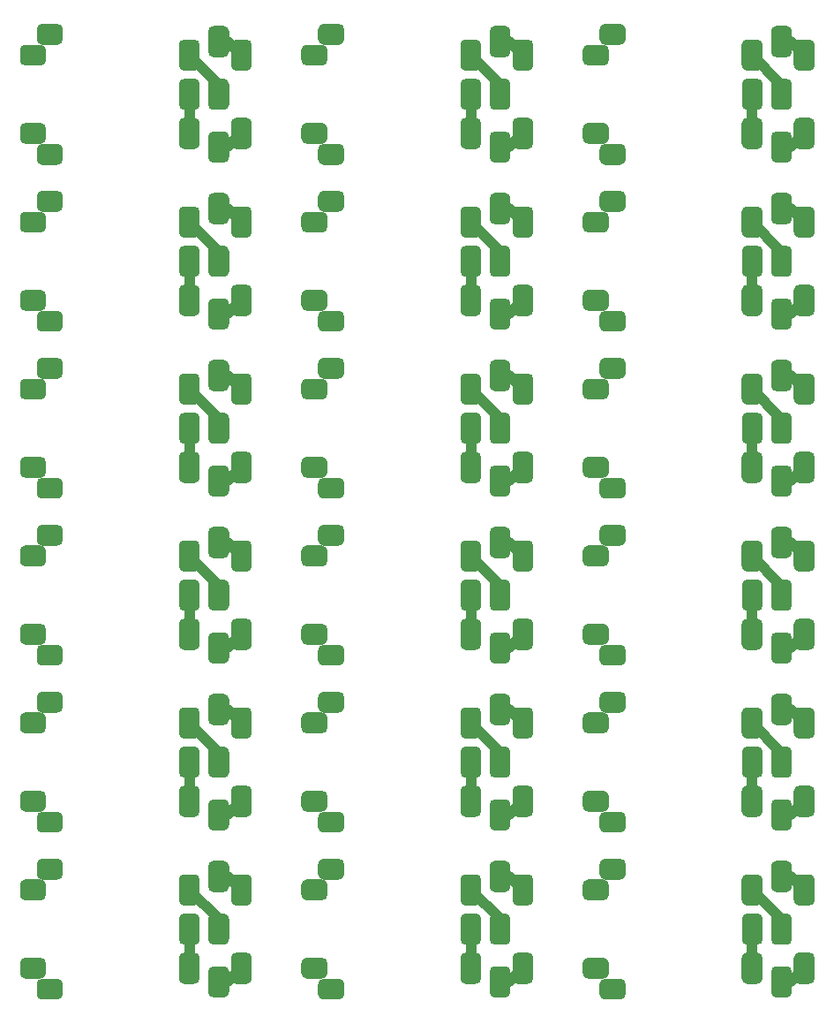
<source format=gbl>
%TF.GenerationSoftware,KiCad,Pcbnew,(5.1.10)-1*%
%TF.CreationDate,2021-12-01T17:32:52+01:00*%
%TF.ProjectId,RelayAdapter_panelized,52656c61-7941-4646-9170-7465725f7061,rev?*%
%TF.SameCoordinates,Original*%
%TF.FileFunction,Copper,L2,Bot*%
%TF.FilePolarity,Positive*%
%FSLAX46Y46*%
G04 Gerber Fmt 4.6, Leading zero omitted, Abs format (unit mm)*
G04 Created by KiCad (PCBNEW (5.1.10)-1) date 2021-12-01 17:32:52*
%MOMM*%
%LPD*%
G01*
G04 APERTURE LIST*
%TA.AperFunction,Conductor*%
%ADD10C,1.000000*%
%TD*%
G04 APERTURE END LIST*
%TO.P,K1,6*%
%TO.N,Net-(K1-Pad6)*%
%TA.AperFunction,ComponentPad*%
G36*
G01*
X123510001Y-130740001D02*
X123510001Y-128740001D01*
G75*
G02*
X124010001Y-128240001I500000J0D01*
G01*
X125010001Y-128240001D01*
G75*
G02*
X125510001Y-128740001I0J-500000D01*
G01*
X125510001Y-130740001D01*
G75*
G02*
X125010001Y-131240001I-500000J0D01*
G01*
X124010001Y-131240001D01*
G75*
G02*
X123510001Y-130740001I0J500000D01*
G01*
G37*
%TD.AperFunction*%
%TO.P,K1,5*%
%TO.N,Net-(K1-Pad5)*%
%TA.AperFunction,ComponentPad*%
G36*
G01*
X118510001Y-130740001D02*
X118510001Y-128740001D01*
G75*
G02*
X119010001Y-128240001I500000J0D01*
G01*
X120010001Y-128240001D01*
G75*
G02*
X120510001Y-128740001I0J-500000D01*
G01*
X120510001Y-130740001D01*
G75*
G02*
X120010001Y-131240001I-500000J0D01*
G01*
X119010001Y-131240001D01*
G75*
G02*
X118510001Y-130740001I0J500000D01*
G01*
G37*
%TD.AperFunction*%
%TO.P,K1,4*%
%TO.N,Net-(K1-Pad4)*%
%TA.AperFunction,ComponentPad*%
G36*
G01*
X123510001Y-123240001D02*
X123510001Y-121240001D01*
G75*
G02*
X124010001Y-120740001I500000J0D01*
G01*
X125010001Y-120740001D01*
G75*
G02*
X125510001Y-121240001I0J-500000D01*
G01*
X125510001Y-123240001D01*
G75*
G02*
X125010001Y-123740001I-500000J0D01*
G01*
X124010001Y-123740001D01*
G75*
G02*
X123510001Y-123240001I0J500000D01*
G01*
G37*
%TD.AperFunction*%
%TO.P,K1,3*%
%TO.N,Net-(K1-Pad3)*%
%TA.AperFunction,ComponentPad*%
G36*
G01*
X118510001Y-123240001D02*
X118510001Y-121240001D01*
G75*
G02*
X119010001Y-120740001I500000J0D01*
G01*
X120010001Y-120740001D01*
G75*
G02*
X120510001Y-121240001I0J-500000D01*
G01*
X120510001Y-123240001D01*
G75*
G02*
X120010001Y-123740001I-500000J0D01*
G01*
X119010001Y-123740001D01*
G75*
G02*
X118510001Y-123240001I0J500000D01*
G01*
G37*
%TD.AperFunction*%
%TO.P,K1,2*%
%TO.N,Net-(K1-Pad2)*%
%TA.AperFunction,ComponentPad*%
G36*
G01*
X103260001Y-130240001D02*
X103260001Y-129240001D01*
G75*
G02*
X103760001Y-128740001I500000J0D01*
G01*
X105260001Y-128740001D01*
G75*
G02*
X105760001Y-129240001I0J-500000D01*
G01*
X105760001Y-130240001D01*
G75*
G02*
X105260001Y-130740001I-500000J0D01*
G01*
X103760001Y-130740001D01*
G75*
G02*
X103260001Y-130240001I0J500000D01*
G01*
G37*
%TD.AperFunction*%
%TO.P,K1,1*%
%TO.N,Net-(K1-Pad1)*%
%TA.AperFunction,ComponentPad*%
G36*
G01*
X103260001Y-122740001D02*
X103260001Y-121740001D01*
G75*
G02*
X103760001Y-121240001I500000J0D01*
G01*
X105260001Y-121240001D01*
G75*
G02*
X105760001Y-121740001I0J-500000D01*
G01*
X105760001Y-122740001D01*
G75*
G02*
X105260001Y-123240001I-500000J0D01*
G01*
X103760001Y-123240001D01*
G75*
G02*
X103260001Y-122740001I0J500000D01*
G01*
G37*
%TD.AperFunction*%
%TD*%
%TO.P,K1,6*%
%TO.N,Net-(K1-Pad6)*%
%TA.AperFunction,ComponentPad*%
G36*
G01*
X96510001Y-130740001D02*
X96510001Y-128740001D01*
G75*
G02*
X97010001Y-128240001I500000J0D01*
G01*
X98010001Y-128240001D01*
G75*
G02*
X98510001Y-128740001I0J-500000D01*
G01*
X98510001Y-130740001D01*
G75*
G02*
X98010001Y-131240001I-500000J0D01*
G01*
X97010001Y-131240001D01*
G75*
G02*
X96510001Y-130740001I0J500000D01*
G01*
G37*
%TD.AperFunction*%
%TO.P,K1,5*%
%TO.N,Net-(K1-Pad5)*%
%TA.AperFunction,ComponentPad*%
G36*
G01*
X91510001Y-130740001D02*
X91510001Y-128740001D01*
G75*
G02*
X92010001Y-128240001I500000J0D01*
G01*
X93010001Y-128240001D01*
G75*
G02*
X93510001Y-128740001I0J-500000D01*
G01*
X93510001Y-130740001D01*
G75*
G02*
X93010001Y-131240001I-500000J0D01*
G01*
X92010001Y-131240001D01*
G75*
G02*
X91510001Y-130740001I0J500000D01*
G01*
G37*
%TD.AperFunction*%
%TO.P,K1,4*%
%TO.N,Net-(K1-Pad4)*%
%TA.AperFunction,ComponentPad*%
G36*
G01*
X96510001Y-123240001D02*
X96510001Y-121240001D01*
G75*
G02*
X97010001Y-120740001I500000J0D01*
G01*
X98010001Y-120740001D01*
G75*
G02*
X98510001Y-121240001I0J-500000D01*
G01*
X98510001Y-123240001D01*
G75*
G02*
X98010001Y-123740001I-500000J0D01*
G01*
X97010001Y-123740001D01*
G75*
G02*
X96510001Y-123240001I0J500000D01*
G01*
G37*
%TD.AperFunction*%
%TO.P,K1,3*%
%TO.N,Net-(K1-Pad3)*%
%TA.AperFunction,ComponentPad*%
G36*
G01*
X91510001Y-123240001D02*
X91510001Y-121240001D01*
G75*
G02*
X92010001Y-120740001I500000J0D01*
G01*
X93010001Y-120740001D01*
G75*
G02*
X93510001Y-121240001I0J-500000D01*
G01*
X93510001Y-123240001D01*
G75*
G02*
X93010001Y-123740001I-500000J0D01*
G01*
X92010001Y-123740001D01*
G75*
G02*
X91510001Y-123240001I0J500000D01*
G01*
G37*
%TD.AperFunction*%
%TO.P,K1,2*%
%TO.N,Net-(K1-Pad2)*%
%TA.AperFunction,ComponentPad*%
G36*
G01*
X76260001Y-130240001D02*
X76260001Y-129240001D01*
G75*
G02*
X76760001Y-128740001I500000J0D01*
G01*
X78260001Y-128740001D01*
G75*
G02*
X78760001Y-129240001I0J-500000D01*
G01*
X78760001Y-130240001D01*
G75*
G02*
X78260001Y-130740001I-500000J0D01*
G01*
X76760001Y-130740001D01*
G75*
G02*
X76260001Y-130240001I0J500000D01*
G01*
G37*
%TD.AperFunction*%
%TO.P,K1,1*%
%TO.N,Net-(K1-Pad1)*%
%TA.AperFunction,ComponentPad*%
G36*
G01*
X76260001Y-122740001D02*
X76260001Y-121740001D01*
G75*
G02*
X76760001Y-121240001I500000J0D01*
G01*
X78260001Y-121240001D01*
G75*
G02*
X78760001Y-121740001I0J-500000D01*
G01*
X78760001Y-122740001D01*
G75*
G02*
X78260001Y-123240001I-500000J0D01*
G01*
X76760001Y-123240001D01*
G75*
G02*
X76260001Y-122740001I0J500000D01*
G01*
G37*
%TD.AperFunction*%
%TD*%
%TO.P,K1,6*%
%TO.N,Net-(K1-Pad6)*%
%TA.AperFunction,ComponentPad*%
G36*
G01*
X69510001Y-130740001D02*
X69510001Y-128740001D01*
G75*
G02*
X70010001Y-128240001I500000J0D01*
G01*
X71010001Y-128240001D01*
G75*
G02*
X71510001Y-128740001I0J-500000D01*
G01*
X71510001Y-130740001D01*
G75*
G02*
X71010001Y-131240001I-500000J0D01*
G01*
X70010001Y-131240001D01*
G75*
G02*
X69510001Y-130740001I0J500000D01*
G01*
G37*
%TD.AperFunction*%
%TO.P,K1,5*%
%TO.N,Net-(K1-Pad5)*%
%TA.AperFunction,ComponentPad*%
G36*
G01*
X64510001Y-130740001D02*
X64510001Y-128740001D01*
G75*
G02*
X65010001Y-128240001I500000J0D01*
G01*
X66010001Y-128240001D01*
G75*
G02*
X66510001Y-128740001I0J-500000D01*
G01*
X66510001Y-130740001D01*
G75*
G02*
X66010001Y-131240001I-500000J0D01*
G01*
X65010001Y-131240001D01*
G75*
G02*
X64510001Y-130740001I0J500000D01*
G01*
G37*
%TD.AperFunction*%
%TO.P,K1,4*%
%TO.N,Net-(K1-Pad4)*%
%TA.AperFunction,ComponentPad*%
G36*
G01*
X69510001Y-123240001D02*
X69510001Y-121240001D01*
G75*
G02*
X70010001Y-120740001I500000J0D01*
G01*
X71010001Y-120740001D01*
G75*
G02*
X71510001Y-121240001I0J-500000D01*
G01*
X71510001Y-123240001D01*
G75*
G02*
X71010001Y-123740001I-500000J0D01*
G01*
X70010001Y-123740001D01*
G75*
G02*
X69510001Y-123240001I0J500000D01*
G01*
G37*
%TD.AperFunction*%
%TO.P,K1,3*%
%TO.N,Net-(K1-Pad3)*%
%TA.AperFunction,ComponentPad*%
G36*
G01*
X64510001Y-123240001D02*
X64510001Y-121240001D01*
G75*
G02*
X65010001Y-120740001I500000J0D01*
G01*
X66010001Y-120740001D01*
G75*
G02*
X66510001Y-121240001I0J-500000D01*
G01*
X66510001Y-123240001D01*
G75*
G02*
X66010001Y-123740001I-500000J0D01*
G01*
X65010001Y-123740001D01*
G75*
G02*
X64510001Y-123240001I0J500000D01*
G01*
G37*
%TD.AperFunction*%
%TO.P,K1,2*%
%TO.N,Net-(K1-Pad2)*%
%TA.AperFunction,ComponentPad*%
G36*
G01*
X49260001Y-130240001D02*
X49260001Y-129240001D01*
G75*
G02*
X49760001Y-128740001I500000J0D01*
G01*
X51260001Y-128740001D01*
G75*
G02*
X51760001Y-129240001I0J-500000D01*
G01*
X51760001Y-130240001D01*
G75*
G02*
X51260001Y-130740001I-500000J0D01*
G01*
X49760001Y-130740001D01*
G75*
G02*
X49260001Y-130240001I0J500000D01*
G01*
G37*
%TD.AperFunction*%
%TO.P,K1,1*%
%TO.N,Net-(K1-Pad1)*%
%TA.AperFunction,ComponentPad*%
G36*
G01*
X49260001Y-122740001D02*
X49260001Y-121740001D01*
G75*
G02*
X49760001Y-121240001I500000J0D01*
G01*
X51260001Y-121240001D01*
G75*
G02*
X51760001Y-121740001I0J-500000D01*
G01*
X51760001Y-122740001D01*
G75*
G02*
X51260001Y-123240001I-500000J0D01*
G01*
X49760001Y-123240001D01*
G75*
G02*
X49260001Y-122740001I0J500000D01*
G01*
G37*
%TD.AperFunction*%
%TD*%
%TO.P,K1,6*%
%TO.N,Net-(K1-Pad6)*%
%TA.AperFunction,ComponentPad*%
G36*
G01*
X123510001Y-114740001D02*
X123510001Y-112740001D01*
G75*
G02*
X124010001Y-112240001I500000J0D01*
G01*
X125010001Y-112240001D01*
G75*
G02*
X125510001Y-112740001I0J-500000D01*
G01*
X125510001Y-114740001D01*
G75*
G02*
X125010001Y-115240001I-500000J0D01*
G01*
X124010001Y-115240001D01*
G75*
G02*
X123510001Y-114740001I0J500000D01*
G01*
G37*
%TD.AperFunction*%
%TO.P,K1,5*%
%TO.N,Net-(K1-Pad5)*%
%TA.AperFunction,ComponentPad*%
G36*
G01*
X118510001Y-114740001D02*
X118510001Y-112740001D01*
G75*
G02*
X119010001Y-112240001I500000J0D01*
G01*
X120010001Y-112240001D01*
G75*
G02*
X120510001Y-112740001I0J-500000D01*
G01*
X120510001Y-114740001D01*
G75*
G02*
X120010001Y-115240001I-500000J0D01*
G01*
X119010001Y-115240001D01*
G75*
G02*
X118510001Y-114740001I0J500000D01*
G01*
G37*
%TD.AperFunction*%
%TO.P,K1,4*%
%TO.N,Net-(K1-Pad4)*%
%TA.AperFunction,ComponentPad*%
G36*
G01*
X123510001Y-107240001D02*
X123510001Y-105240001D01*
G75*
G02*
X124010001Y-104740001I500000J0D01*
G01*
X125010001Y-104740001D01*
G75*
G02*
X125510001Y-105240001I0J-500000D01*
G01*
X125510001Y-107240001D01*
G75*
G02*
X125010001Y-107740001I-500000J0D01*
G01*
X124010001Y-107740001D01*
G75*
G02*
X123510001Y-107240001I0J500000D01*
G01*
G37*
%TD.AperFunction*%
%TO.P,K1,3*%
%TO.N,Net-(K1-Pad3)*%
%TA.AperFunction,ComponentPad*%
G36*
G01*
X118510001Y-107240001D02*
X118510001Y-105240001D01*
G75*
G02*
X119010001Y-104740001I500000J0D01*
G01*
X120010001Y-104740001D01*
G75*
G02*
X120510001Y-105240001I0J-500000D01*
G01*
X120510001Y-107240001D01*
G75*
G02*
X120010001Y-107740001I-500000J0D01*
G01*
X119010001Y-107740001D01*
G75*
G02*
X118510001Y-107240001I0J500000D01*
G01*
G37*
%TD.AperFunction*%
%TO.P,K1,2*%
%TO.N,Net-(K1-Pad2)*%
%TA.AperFunction,ComponentPad*%
G36*
G01*
X103260001Y-114240001D02*
X103260001Y-113240001D01*
G75*
G02*
X103760001Y-112740001I500000J0D01*
G01*
X105260001Y-112740001D01*
G75*
G02*
X105760001Y-113240001I0J-500000D01*
G01*
X105760001Y-114240001D01*
G75*
G02*
X105260001Y-114740001I-500000J0D01*
G01*
X103760001Y-114740001D01*
G75*
G02*
X103260001Y-114240001I0J500000D01*
G01*
G37*
%TD.AperFunction*%
%TO.P,K1,1*%
%TO.N,Net-(K1-Pad1)*%
%TA.AperFunction,ComponentPad*%
G36*
G01*
X103260001Y-106740001D02*
X103260001Y-105740001D01*
G75*
G02*
X103760001Y-105240001I500000J0D01*
G01*
X105260001Y-105240001D01*
G75*
G02*
X105760001Y-105740001I0J-500000D01*
G01*
X105760001Y-106740001D01*
G75*
G02*
X105260001Y-107240001I-500000J0D01*
G01*
X103760001Y-107240001D01*
G75*
G02*
X103260001Y-106740001I0J500000D01*
G01*
G37*
%TD.AperFunction*%
%TD*%
%TO.P,K1,6*%
%TO.N,Net-(K1-Pad6)*%
%TA.AperFunction,ComponentPad*%
G36*
G01*
X96510001Y-114740001D02*
X96510001Y-112740001D01*
G75*
G02*
X97010001Y-112240001I500000J0D01*
G01*
X98010001Y-112240001D01*
G75*
G02*
X98510001Y-112740001I0J-500000D01*
G01*
X98510001Y-114740001D01*
G75*
G02*
X98010001Y-115240001I-500000J0D01*
G01*
X97010001Y-115240001D01*
G75*
G02*
X96510001Y-114740001I0J500000D01*
G01*
G37*
%TD.AperFunction*%
%TO.P,K1,5*%
%TO.N,Net-(K1-Pad5)*%
%TA.AperFunction,ComponentPad*%
G36*
G01*
X91510001Y-114740001D02*
X91510001Y-112740001D01*
G75*
G02*
X92010001Y-112240001I500000J0D01*
G01*
X93010001Y-112240001D01*
G75*
G02*
X93510001Y-112740001I0J-500000D01*
G01*
X93510001Y-114740001D01*
G75*
G02*
X93010001Y-115240001I-500000J0D01*
G01*
X92010001Y-115240001D01*
G75*
G02*
X91510001Y-114740001I0J500000D01*
G01*
G37*
%TD.AperFunction*%
%TO.P,K1,4*%
%TO.N,Net-(K1-Pad4)*%
%TA.AperFunction,ComponentPad*%
G36*
G01*
X96510001Y-107240001D02*
X96510001Y-105240001D01*
G75*
G02*
X97010001Y-104740001I500000J0D01*
G01*
X98010001Y-104740001D01*
G75*
G02*
X98510001Y-105240001I0J-500000D01*
G01*
X98510001Y-107240001D01*
G75*
G02*
X98010001Y-107740001I-500000J0D01*
G01*
X97010001Y-107740001D01*
G75*
G02*
X96510001Y-107240001I0J500000D01*
G01*
G37*
%TD.AperFunction*%
%TO.P,K1,3*%
%TO.N,Net-(K1-Pad3)*%
%TA.AperFunction,ComponentPad*%
G36*
G01*
X91510001Y-107240001D02*
X91510001Y-105240001D01*
G75*
G02*
X92010001Y-104740001I500000J0D01*
G01*
X93010001Y-104740001D01*
G75*
G02*
X93510001Y-105240001I0J-500000D01*
G01*
X93510001Y-107240001D01*
G75*
G02*
X93010001Y-107740001I-500000J0D01*
G01*
X92010001Y-107740001D01*
G75*
G02*
X91510001Y-107240001I0J500000D01*
G01*
G37*
%TD.AperFunction*%
%TO.P,K1,2*%
%TO.N,Net-(K1-Pad2)*%
%TA.AperFunction,ComponentPad*%
G36*
G01*
X76260001Y-114240001D02*
X76260001Y-113240001D01*
G75*
G02*
X76760001Y-112740001I500000J0D01*
G01*
X78260001Y-112740001D01*
G75*
G02*
X78760001Y-113240001I0J-500000D01*
G01*
X78760001Y-114240001D01*
G75*
G02*
X78260001Y-114740001I-500000J0D01*
G01*
X76760001Y-114740001D01*
G75*
G02*
X76260001Y-114240001I0J500000D01*
G01*
G37*
%TD.AperFunction*%
%TO.P,K1,1*%
%TO.N,Net-(K1-Pad1)*%
%TA.AperFunction,ComponentPad*%
G36*
G01*
X76260001Y-106740001D02*
X76260001Y-105740001D01*
G75*
G02*
X76760001Y-105240001I500000J0D01*
G01*
X78260001Y-105240001D01*
G75*
G02*
X78760001Y-105740001I0J-500000D01*
G01*
X78760001Y-106740001D01*
G75*
G02*
X78260001Y-107240001I-500000J0D01*
G01*
X76760001Y-107240001D01*
G75*
G02*
X76260001Y-106740001I0J500000D01*
G01*
G37*
%TD.AperFunction*%
%TD*%
%TO.P,K1,6*%
%TO.N,Net-(K1-Pad6)*%
%TA.AperFunction,ComponentPad*%
G36*
G01*
X69510001Y-114740001D02*
X69510001Y-112740001D01*
G75*
G02*
X70010001Y-112240001I500000J0D01*
G01*
X71010001Y-112240001D01*
G75*
G02*
X71510001Y-112740001I0J-500000D01*
G01*
X71510001Y-114740001D01*
G75*
G02*
X71010001Y-115240001I-500000J0D01*
G01*
X70010001Y-115240001D01*
G75*
G02*
X69510001Y-114740001I0J500000D01*
G01*
G37*
%TD.AperFunction*%
%TO.P,K1,5*%
%TO.N,Net-(K1-Pad5)*%
%TA.AperFunction,ComponentPad*%
G36*
G01*
X64510001Y-114740001D02*
X64510001Y-112740001D01*
G75*
G02*
X65010001Y-112240001I500000J0D01*
G01*
X66010001Y-112240001D01*
G75*
G02*
X66510001Y-112740001I0J-500000D01*
G01*
X66510001Y-114740001D01*
G75*
G02*
X66010001Y-115240001I-500000J0D01*
G01*
X65010001Y-115240001D01*
G75*
G02*
X64510001Y-114740001I0J500000D01*
G01*
G37*
%TD.AperFunction*%
%TO.P,K1,4*%
%TO.N,Net-(K1-Pad4)*%
%TA.AperFunction,ComponentPad*%
G36*
G01*
X69510001Y-107240001D02*
X69510001Y-105240001D01*
G75*
G02*
X70010001Y-104740001I500000J0D01*
G01*
X71010001Y-104740001D01*
G75*
G02*
X71510001Y-105240001I0J-500000D01*
G01*
X71510001Y-107240001D01*
G75*
G02*
X71010001Y-107740001I-500000J0D01*
G01*
X70010001Y-107740001D01*
G75*
G02*
X69510001Y-107240001I0J500000D01*
G01*
G37*
%TD.AperFunction*%
%TO.P,K1,3*%
%TO.N,Net-(K1-Pad3)*%
%TA.AperFunction,ComponentPad*%
G36*
G01*
X64510001Y-107240001D02*
X64510001Y-105240001D01*
G75*
G02*
X65010001Y-104740001I500000J0D01*
G01*
X66010001Y-104740001D01*
G75*
G02*
X66510001Y-105240001I0J-500000D01*
G01*
X66510001Y-107240001D01*
G75*
G02*
X66010001Y-107740001I-500000J0D01*
G01*
X65010001Y-107740001D01*
G75*
G02*
X64510001Y-107240001I0J500000D01*
G01*
G37*
%TD.AperFunction*%
%TO.P,K1,2*%
%TO.N,Net-(K1-Pad2)*%
%TA.AperFunction,ComponentPad*%
G36*
G01*
X49260001Y-114240001D02*
X49260001Y-113240001D01*
G75*
G02*
X49760001Y-112740001I500000J0D01*
G01*
X51260001Y-112740001D01*
G75*
G02*
X51760001Y-113240001I0J-500000D01*
G01*
X51760001Y-114240001D01*
G75*
G02*
X51260001Y-114740001I-500000J0D01*
G01*
X49760001Y-114740001D01*
G75*
G02*
X49260001Y-114240001I0J500000D01*
G01*
G37*
%TD.AperFunction*%
%TO.P,K1,1*%
%TO.N,Net-(K1-Pad1)*%
%TA.AperFunction,ComponentPad*%
G36*
G01*
X49260001Y-106740001D02*
X49260001Y-105740001D01*
G75*
G02*
X49760001Y-105240001I500000J0D01*
G01*
X51260001Y-105240001D01*
G75*
G02*
X51760001Y-105740001I0J-500000D01*
G01*
X51760001Y-106740001D01*
G75*
G02*
X51260001Y-107240001I-500000J0D01*
G01*
X49760001Y-107240001D01*
G75*
G02*
X49260001Y-106740001I0J500000D01*
G01*
G37*
%TD.AperFunction*%
%TD*%
%TO.P,K1,6*%
%TO.N,Net-(K1-Pad6)*%
%TA.AperFunction,ComponentPad*%
G36*
G01*
X123510001Y-98740001D02*
X123510001Y-96740001D01*
G75*
G02*
X124010001Y-96240001I500000J0D01*
G01*
X125010001Y-96240001D01*
G75*
G02*
X125510001Y-96740001I0J-500000D01*
G01*
X125510001Y-98740001D01*
G75*
G02*
X125010001Y-99240001I-500000J0D01*
G01*
X124010001Y-99240001D01*
G75*
G02*
X123510001Y-98740001I0J500000D01*
G01*
G37*
%TD.AperFunction*%
%TO.P,K1,5*%
%TO.N,Net-(K1-Pad5)*%
%TA.AperFunction,ComponentPad*%
G36*
G01*
X118510001Y-98740001D02*
X118510001Y-96740001D01*
G75*
G02*
X119010001Y-96240001I500000J0D01*
G01*
X120010001Y-96240001D01*
G75*
G02*
X120510001Y-96740001I0J-500000D01*
G01*
X120510001Y-98740001D01*
G75*
G02*
X120010001Y-99240001I-500000J0D01*
G01*
X119010001Y-99240001D01*
G75*
G02*
X118510001Y-98740001I0J500000D01*
G01*
G37*
%TD.AperFunction*%
%TO.P,K1,4*%
%TO.N,Net-(K1-Pad4)*%
%TA.AperFunction,ComponentPad*%
G36*
G01*
X123510001Y-91240001D02*
X123510001Y-89240001D01*
G75*
G02*
X124010001Y-88740001I500000J0D01*
G01*
X125010001Y-88740001D01*
G75*
G02*
X125510001Y-89240001I0J-500000D01*
G01*
X125510001Y-91240001D01*
G75*
G02*
X125010001Y-91740001I-500000J0D01*
G01*
X124010001Y-91740001D01*
G75*
G02*
X123510001Y-91240001I0J500000D01*
G01*
G37*
%TD.AperFunction*%
%TO.P,K1,3*%
%TO.N,Net-(K1-Pad3)*%
%TA.AperFunction,ComponentPad*%
G36*
G01*
X118510001Y-91240001D02*
X118510001Y-89240001D01*
G75*
G02*
X119010001Y-88740001I500000J0D01*
G01*
X120010001Y-88740001D01*
G75*
G02*
X120510001Y-89240001I0J-500000D01*
G01*
X120510001Y-91240001D01*
G75*
G02*
X120010001Y-91740001I-500000J0D01*
G01*
X119010001Y-91740001D01*
G75*
G02*
X118510001Y-91240001I0J500000D01*
G01*
G37*
%TD.AperFunction*%
%TO.P,K1,2*%
%TO.N,Net-(K1-Pad2)*%
%TA.AperFunction,ComponentPad*%
G36*
G01*
X103260001Y-98240001D02*
X103260001Y-97240001D01*
G75*
G02*
X103760001Y-96740001I500000J0D01*
G01*
X105260001Y-96740001D01*
G75*
G02*
X105760001Y-97240001I0J-500000D01*
G01*
X105760001Y-98240001D01*
G75*
G02*
X105260001Y-98740001I-500000J0D01*
G01*
X103760001Y-98740001D01*
G75*
G02*
X103260001Y-98240001I0J500000D01*
G01*
G37*
%TD.AperFunction*%
%TO.P,K1,1*%
%TO.N,Net-(K1-Pad1)*%
%TA.AperFunction,ComponentPad*%
G36*
G01*
X103260001Y-90740001D02*
X103260001Y-89740001D01*
G75*
G02*
X103760001Y-89240001I500000J0D01*
G01*
X105260001Y-89240001D01*
G75*
G02*
X105760001Y-89740001I0J-500000D01*
G01*
X105760001Y-90740001D01*
G75*
G02*
X105260001Y-91240001I-500000J0D01*
G01*
X103760001Y-91240001D01*
G75*
G02*
X103260001Y-90740001I0J500000D01*
G01*
G37*
%TD.AperFunction*%
%TD*%
%TO.P,K1,6*%
%TO.N,Net-(K1-Pad6)*%
%TA.AperFunction,ComponentPad*%
G36*
G01*
X96510001Y-98740001D02*
X96510001Y-96740001D01*
G75*
G02*
X97010001Y-96240001I500000J0D01*
G01*
X98010001Y-96240001D01*
G75*
G02*
X98510001Y-96740001I0J-500000D01*
G01*
X98510001Y-98740001D01*
G75*
G02*
X98010001Y-99240001I-500000J0D01*
G01*
X97010001Y-99240001D01*
G75*
G02*
X96510001Y-98740001I0J500000D01*
G01*
G37*
%TD.AperFunction*%
%TO.P,K1,5*%
%TO.N,Net-(K1-Pad5)*%
%TA.AperFunction,ComponentPad*%
G36*
G01*
X91510001Y-98740001D02*
X91510001Y-96740001D01*
G75*
G02*
X92010001Y-96240001I500000J0D01*
G01*
X93010001Y-96240001D01*
G75*
G02*
X93510001Y-96740001I0J-500000D01*
G01*
X93510001Y-98740001D01*
G75*
G02*
X93010001Y-99240001I-500000J0D01*
G01*
X92010001Y-99240001D01*
G75*
G02*
X91510001Y-98740001I0J500000D01*
G01*
G37*
%TD.AperFunction*%
%TO.P,K1,4*%
%TO.N,Net-(K1-Pad4)*%
%TA.AperFunction,ComponentPad*%
G36*
G01*
X96510001Y-91240001D02*
X96510001Y-89240001D01*
G75*
G02*
X97010001Y-88740001I500000J0D01*
G01*
X98010001Y-88740001D01*
G75*
G02*
X98510001Y-89240001I0J-500000D01*
G01*
X98510001Y-91240001D01*
G75*
G02*
X98010001Y-91740001I-500000J0D01*
G01*
X97010001Y-91740001D01*
G75*
G02*
X96510001Y-91240001I0J500000D01*
G01*
G37*
%TD.AperFunction*%
%TO.P,K1,3*%
%TO.N,Net-(K1-Pad3)*%
%TA.AperFunction,ComponentPad*%
G36*
G01*
X91510001Y-91240001D02*
X91510001Y-89240001D01*
G75*
G02*
X92010001Y-88740001I500000J0D01*
G01*
X93010001Y-88740001D01*
G75*
G02*
X93510001Y-89240001I0J-500000D01*
G01*
X93510001Y-91240001D01*
G75*
G02*
X93010001Y-91740001I-500000J0D01*
G01*
X92010001Y-91740001D01*
G75*
G02*
X91510001Y-91240001I0J500000D01*
G01*
G37*
%TD.AperFunction*%
%TO.P,K1,2*%
%TO.N,Net-(K1-Pad2)*%
%TA.AperFunction,ComponentPad*%
G36*
G01*
X76260001Y-98240001D02*
X76260001Y-97240001D01*
G75*
G02*
X76760001Y-96740001I500000J0D01*
G01*
X78260001Y-96740001D01*
G75*
G02*
X78760001Y-97240001I0J-500000D01*
G01*
X78760001Y-98240001D01*
G75*
G02*
X78260001Y-98740001I-500000J0D01*
G01*
X76760001Y-98740001D01*
G75*
G02*
X76260001Y-98240001I0J500000D01*
G01*
G37*
%TD.AperFunction*%
%TO.P,K1,1*%
%TO.N,Net-(K1-Pad1)*%
%TA.AperFunction,ComponentPad*%
G36*
G01*
X76260001Y-90740001D02*
X76260001Y-89740001D01*
G75*
G02*
X76760001Y-89240001I500000J0D01*
G01*
X78260001Y-89240001D01*
G75*
G02*
X78760001Y-89740001I0J-500000D01*
G01*
X78760001Y-90740001D01*
G75*
G02*
X78260001Y-91240001I-500000J0D01*
G01*
X76760001Y-91240001D01*
G75*
G02*
X76260001Y-90740001I0J500000D01*
G01*
G37*
%TD.AperFunction*%
%TD*%
%TO.P,K1,6*%
%TO.N,Net-(K1-Pad6)*%
%TA.AperFunction,ComponentPad*%
G36*
G01*
X69510001Y-98740001D02*
X69510001Y-96740001D01*
G75*
G02*
X70010001Y-96240001I500000J0D01*
G01*
X71010001Y-96240001D01*
G75*
G02*
X71510001Y-96740001I0J-500000D01*
G01*
X71510001Y-98740001D01*
G75*
G02*
X71010001Y-99240001I-500000J0D01*
G01*
X70010001Y-99240001D01*
G75*
G02*
X69510001Y-98740001I0J500000D01*
G01*
G37*
%TD.AperFunction*%
%TO.P,K1,5*%
%TO.N,Net-(K1-Pad5)*%
%TA.AperFunction,ComponentPad*%
G36*
G01*
X64510001Y-98740001D02*
X64510001Y-96740001D01*
G75*
G02*
X65010001Y-96240001I500000J0D01*
G01*
X66010001Y-96240001D01*
G75*
G02*
X66510001Y-96740001I0J-500000D01*
G01*
X66510001Y-98740001D01*
G75*
G02*
X66010001Y-99240001I-500000J0D01*
G01*
X65010001Y-99240001D01*
G75*
G02*
X64510001Y-98740001I0J500000D01*
G01*
G37*
%TD.AperFunction*%
%TO.P,K1,4*%
%TO.N,Net-(K1-Pad4)*%
%TA.AperFunction,ComponentPad*%
G36*
G01*
X69510001Y-91240001D02*
X69510001Y-89240001D01*
G75*
G02*
X70010001Y-88740001I500000J0D01*
G01*
X71010001Y-88740001D01*
G75*
G02*
X71510001Y-89240001I0J-500000D01*
G01*
X71510001Y-91240001D01*
G75*
G02*
X71010001Y-91740001I-500000J0D01*
G01*
X70010001Y-91740001D01*
G75*
G02*
X69510001Y-91240001I0J500000D01*
G01*
G37*
%TD.AperFunction*%
%TO.P,K1,3*%
%TO.N,Net-(K1-Pad3)*%
%TA.AperFunction,ComponentPad*%
G36*
G01*
X64510001Y-91240001D02*
X64510001Y-89240001D01*
G75*
G02*
X65010001Y-88740001I500000J0D01*
G01*
X66010001Y-88740001D01*
G75*
G02*
X66510001Y-89240001I0J-500000D01*
G01*
X66510001Y-91240001D01*
G75*
G02*
X66010001Y-91740001I-500000J0D01*
G01*
X65010001Y-91740001D01*
G75*
G02*
X64510001Y-91240001I0J500000D01*
G01*
G37*
%TD.AperFunction*%
%TO.P,K1,2*%
%TO.N,Net-(K1-Pad2)*%
%TA.AperFunction,ComponentPad*%
G36*
G01*
X49260001Y-98240001D02*
X49260001Y-97240001D01*
G75*
G02*
X49760001Y-96740001I500000J0D01*
G01*
X51260001Y-96740001D01*
G75*
G02*
X51760001Y-97240001I0J-500000D01*
G01*
X51760001Y-98240001D01*
G75*
G02*
X51260001Y-98740001I-500000J0D01*
G01*
X49760001Y-98740001D01*
G75*
G02*
X49260001Y-98240001I0J500000D01*
G01*
G37*
%TD.AperFunction*%
%TO.P,K1,1*%
%TO.N,Net-(K1-Pad1)*%
%TA.AperFunction,ComponentPad*%
G36*
G01*
X49260001Y-90740001D02*
X49260001Y-89740001D01*
G75*
G02*
X49760001Y-89240001I500000J0D01*
G01*
X51260001Y-89240001D01*
G75*
G02*
X51760001Y-89740001I0J-500000D01*
G01*
X51760001Y-90740001D01*
G75*
G02*
X51260001Y-91240001I-500000J0D01*
G01*
X49760001Y-91240001D01*
G75*
G02*
X49260001Y-90740001I0J500000D01*
G01*
G37*
%TD.AperFunction*%
%TD*%
%TO.P,K1,6*%
%TO.N,Net-(K1-Pad6)*%
%TA.AperFunction,ComponentPad*%
G36*
G01*
X123510001Y-82740001D02*
X123510001Y-80740001D01*
G75*
G02*
X124010001Y-80240001I500000J0D01*
G01*
X125010001Y-80240001D01*
G75*
G02*
X125510001Y-80740001I0J-500000D01*
G01*
X125510001Y-82740001D01*
G75*
G02*
X125010001Y-83240001I-500000J0D01*
G01*
X124010001Y-83240001D01*
G75*
G02*
X123510001Y-82740001I0J500000D01*
G01*
G37*
%TD.AperFunction*%
%TO.P,K1,5*%
%TO.N,Net-(K1-Pad5)*%
%TA.AperFunction,ComponentPad*%
G36*
G01*
X118510001Y-82740001D02*
X118510001Y-80740001D01*
G75*
G02*
X119010001Y-80240001I500000J0D01*
G01*
X120010001Y-80240001D01*
G75*
G02*
X120510001Y-80740001I0J-500000D01*
G01*
X120510001Y-82740001D01*
G75*
G02*
X120010001Y-83240001I-500000J0D01*
G01*
X119010001Y-83240001D01*
G75*
G02*
X118510001Y-82740001I0J500000D01*
G01*
G37*
%TD.AperFunction*%
%TO.P,K1,4*%
%TO.N,Net-(K1-Pad4)*%
%TA.AperFunction,ComponentPad*%
G36*
G01*
X123510001Y-75240001D02*
X123510001Y-73240001D01*
G75*
G02*
X124010001Y-72740001I500000J0D01*
G01*
X125010001Y-72740001D01*
G75*
G02*
X125510001Y-73240001I0J-500000D01*
G01*
X125510001Y-75240001D01*
G75*
G02*
X125010001Y-75740001I-500000J0D01*
G01*
X124010001Y-75740001D01*
G75*
G02*
X123510001Y-75240001I0J500000D01*
G01*
G37*
%TD.AperFunction*%
%TO.P,K1,3*%
%TO.N,Net-(K1-Pad3)*%
%TA.AperFunction,ComponentPad*%
G36*
G01*
X118510001Y-75240001D02*
X118510001Y-73240001D01*
G75*
G02*
X119010001Y-72740001I500000J0D01*
G01*
X120010001Y-72740001D01*
G75*
G02*
X120510001Y-73240001I0J-500000D01*
G01*
X120510001Y-75240001D01*
G75*
G02*
X120010001Y-75740001I-500000J0D01*
G01*
X119010001Y-75740001D01*
G75*
G02*
X118510001Y-75240001I0J500000D01*
G01*
G37*
%TD.AperFunction*%
%TO.P,K1,2*%
%TO.N,Net-(K1-Pad2)*%
%TA.AperFunction,ComponentPad*%
G36*
G01*
X103260001Y-82240001D02*
X103260001Y-81240001D01*
G75*
G02*
X103760001Y-80740001I500000J0D01*
G01*
X105260001Y-80740001D01*
G75*
G02*
X105760001Y-81240001I0J-500000D01*
G01*
X105760001Y-82240001D01*
G75*
G02*
X105260001Y-82740001I-500000J0D01*
G01*
X103760001Y-82740001D01*
G75*
G02*
X103260001Y-82240001I0J500000D01*
G01*
G37*
%TD.AperFunction*%
%TO.P,K1,1*%
%TO.N,Net-(K1-Pad1)*%
%TA.AperFunction,ComponentPad*%
G36*
G01*
X103260001Y-74740001D02*
X103260001Y-73740001D01*
G75*
G02*
X103760001Y-73240001I500000J0D01*
G01*
X105260001Y-73240001D01*
G75*
G02*
X105760001Y-73740001I0J-500000D01*
G01*
X105760001Y-74740001D01*
G75*
G02*
X105260001Y-75240001I-500000J0D01*
G01*
X103760001Y-75240001D01*
G75*
G02*
X103260001Y-74740001I0J500000D01*
G01*
G37*
%TD.AperFunction*%
%TD*%
%TO.P,K1,6*%
%TO.N,Net-(K1-Pad6)*%
%TA.AperFunction,ComponentPad*%
G36*
G01*
X96510001Y-82740001D02*
X96510001Y-80740001D01*
G75*
G02*
X97010001Y-80240001I500000J0D01*
G01*
X98010001Y-80240001D01*
G75*
G02*
X98510001Y-80740001I0J-500000D01*
G01*
X98510001Y-82740001D01*
G75*
G02*
X98010001Y-83240001I-500000J0D01*
G01*
X97010001Y-83240001D01*
G75*
G02*
X96510001Y-82740001I0J500000D01*
G01*
G37*
%TD.AperFunction*%
%TO.P,K1,5*%
%TO.N,Net-(K1-Pad5)*%
%TA.AperFunction,ComponentPad*%
G36*
G01*
X91510001Y-82740001D02*
X91510001Y-80740001D01*
G75*
G02*
X92010001Y-80240001I500000J0D01*
G01*
X93010001Y-80240001D01*
G75*
G02*
X93510001Y-80740001I0J-500000D01*
G01*
X93510001Y-82740001D01*
G75*
G02*
X93010001Y-83240001I-500000J0D01*
G01*
X92010001Y-83240001D01*
G75*
G02*
X91510001Y-82740001I0J500000D01*
G01*
G37*
%TD.AperFunction*%
%TO.P,K1,4*%
%TO.N,Net-(K1-Pad4)*%
%TA.AperFunction,ComponentPad*%
G36*
G01*
X96510001Y-75240001D02*
X96510001Y-73240001D01*
G75*
G02*
X97010001Y-72740001I500000J0D01*
G01*
X98010001Y-72740001D01*
G75*
G02*
X98510001Y-73240001I0J-500000D01*
G01*
X98510001Y-75240001D01*
G75*
G02*
X98010001Y-75740001I-500000J0D01*
G01*
X97010001Y-75740001D01*
G75*
G02*
X96510001Y-75240001I0J500000D01*
G01*
G37*
%TD.AperFunction*%
%TO.P,K1,3*%
%TO.N,Net-(K1-Pad3)*%
%TA.AperFunction,ComponentPad*%
G36*
G01*
X91510001Y-75240001D02*
X91510001Y-73240001D01*
G75*
G02*
X92010001Y-72740001I500000J0D01*
G01*
X93010001Y-72740001D01*
G75*
G02*
X93510001Y-73240001I0J-500000D01*
G01*
X93510001Y-75240001D01*
G75*
G02*
X93010001Y-75740001I-500000J0D01*
G01*
X92010001Y-75740001D01*
G75*
G02*
X91510001Y-75240001I0J500000D01*
G01*
G37*
%TD.AperFunction*%
%TO.P,K1,2*%
%TO.N,Net-(K1-Pad2)*%
%TA.AperFunction,ComponentPad*%
G36*
G01*
X76260001Y-82240001D02*
X76260001Y-81240001D01*
G75*
G02*
X76760001Y-80740001I500000J0D01*
G01*
X78260001Y-80740001D01*
G75*
G02*
X78760001Y-81240001I0J-500000D01*
G01*
X78760001Y-82240001D01*
G75*
G02*
X78260001Y-82740001I-500000J0D01*
G01*
X76760001Y-82740001D01*
G75*
G02*
X76260001Y-82240001I0J500000D01*
G01*
G37*
%TD.AperFunction*%
%TO.P,K1,1*%
%TO.N,Net-(K1-Pad1)*%
%TA.AperFunction,ComponentPad*%
G36*
G01*
X76260001Y-74740001D02*
X76260001Y-73740001D01*
G75*
G02*
X76760001Y-73240001I500000J0D01*
G01*
X78260001Y-73240001D01*
G75*
G02*
X78760001Y-73740001I0J-500000D01*
G01*
X78760001Y-74740001D01*
G75*
G02*
X78260001Y-75240001I-500000J0D01*
G01*
X76760001Y-75240001D01*
G75*
G02*
X76260001Y-74740001I0J500000D01*
G01*
G37*
%TD.AperFunction*%
%TD*%
%TO.P,K1,6*%
%TO.N,Net-(K1-Pad6)*%
%TA.AperFunction,ComponentPad*%
G36*
G01*
X69510001Y-82740001D02*
X69510001Y-80740001D01*
G75*
G02*
X70010001Y-80240001I500000J0D01*
G01*
X71010001Y-80240001D01*
G75*
G02*
X71510001Y-80740001I0J-500000D01*
G01*
X71510001Y-82740001D01*
G75*
G02*
X71010001Y-83240001I-500000J0D01*
G01*
X70010001Y-83240001D01*
G75*
G02*
X69510001Y-82740001I0J500000D01*
G01*
G37*
%TD.AperFunction*%
%TO.P,K1,5*%
%TO.N,Net-(K1-Pad5)*%
%TA.AperFunction,ComponentPad*%
G36*
G01*
X64510001Y-82740001D02*
X64510001Y-80740001D01*
G75*
G02*
X65010001Y-80240001I500000J0D01*
G01*
X66010001Y-80240001D01*
G75*
G02*
X66510001Y-80740001I0J-500000D01*
G01*
X66510001Y-82740001D01*
G75*
G02*
X66010001Y-83240001I-500000J0D01*
G01*
X65010001Y-83240001D01*
G75*
G02*
X64510001Y-82740001I0J500000D01*
G01*
G37*
%TD.AperFunction*%
%TO.P,K1,4*%
%TO.N,Net-(K1-Pad4)*%
%TA.AperFunction,ComponentPad*%
G36*
G01*
X69510001Y-75240001D02*
X69510001Y-73240001D01*
G75*
G02*
X70010001Y-72740001I500000J0D01*
G01*
X71010001Y-72740001D01*
G75*
G02*
X71510001Y-73240001I0J-500000D01*
G01*
X71510001Y-75240001D01*
G75*
G02*
X71010001Y-75740001I-500000J0D01*
G01*
X70010001Y-75740001D01*
G75*
G02*
X69510001Y-75240001I0J500000D01*
G01*
G37*
%TD.AperFunction*%
%TO.P,K1,3*%
%TO.N,Net-(K1-Pad3)*%
%TA.AperFunction,ComponentPad*%
G36*
G01*
X64510001Y-75240001D02*
X64510001Y-73240001D01*
G75*
G02*
X65010001Y-72740001I500000J0D01*
G01*
X66010001Y-72740001D01*
G75*
G02*
X66510001Y-73240001I0J-500000D01*
G01*
X66510001Y-75240001D01*
G75*
G02*
X66010001Y-75740001I-500000J0D01*
G01*
X65010001Y-75740001D01*
G75*
G02*
X64510001Y-75240001I0J500000D01*
G01*
G37*
%TD.AperFunction*%
%TO.P,K1,2*%
%TO.N,Net-(K1-Pad2)*%
%TA.AperFunction,ComponentPad*%
G36*
G01*
X49260001Y-82240001D02*
X49260001Y-81240001D01*
G75*
G02*
X49760001Y-80740001I500000J0D01*
G01*
X51260001Y-80740001D01*
G75*
G02*
X51760001Y-81240001I0J-500000D01*
G01*
X51760001Y-82240001D01*
G75*
G02*
X51260001Y-82740001I-500000J0D01*
G01*
X49760001Y-82740001D01*
G75*
G02*
X49260001Y-82240001I0J500000D01*
G01*
G37*
%TD.AperFunction*%
%TO.P,K1,1*%
%TO.N,Net-(K1-Pad1)*%
%TA.AperFunction,ComponentPad*%
G36*
G01*
X49260001Y-74740001D02*
X49260001Y-73740001D01*
G75*
G02*
X49760001Y-73240001I500000J0D01*
G01*
X51260001Y-73240001D01*
G75*
G02*
X51760001Y-73740001I0J-500000D01*
G01*
X51760001Y-74740001D01*
G75*
G02*
X51260001Y-75240001I-500000J0D01*
G01*
X49760001Y-75240001D01*
G75*
G02*
X49260001Y-74740001I0J500000D01*
G01*
G37*
%TD.AperFunction*%
%TD*%
%TO.P,K1,6*%
%TO.N,Net-(K1-Pad6)*%
%TA.AperFunction,ComponentPad*%
G36*
G01*
X123510001Y-66740001D02*
X123510001Y-64740001D01*
G75*
G02*
X124010001Y-64240001I500000J0D01*
G01*
X125010001Y-64240001D01*
G75*
G02*
X125510001Y-64740001I0J-500000D01*
G01*
X125510001Y-66740001D01*
G75*
G02*
X125010001Y-67240001I-500000J0D01*
G01*
X124010001Y-67240001D01*
G75*
G02*
X123510001Y-66740001I0J500000D01*
G01*
G37*
%TD.AperFunction*%
%TO.P,K1,5*%
%TO.N,Net-(K1-Pad5)*%
%TA.AperFunction,ComponentPad*%
G36*
G01*
X118510001Y-66740001D02*
X118510001Y-64740001D01*
G75*
G02*
X119010001Y-64240001I500000J0D01*
G01*
X120010001Y-64240001D01*
G75*
G02*
X120510001Y-64740001I0J-500000D01*
G01*
X120510001Y-66740001D01*
G75*
G02*
X120010001Y-67240001I-500000J0D01*
G01*
X119010001Y-67240001D01*
G75*
G02*
X118510001Y-66740001I0J500000D01*
G01*
G37*
%TD.AperFunction*%
%TO.P,K1,4*%
%TO.N,Net-(K1-Pad4)*%
%TA.AperFunction,ComponentPad*%
G36*
G01*
X123510001Y-59240001D02*
X123510001Y-57240001D01*
G75*
G02*
X124010001Y-56740001I500000J0D01*
G01*
X125010001Y-56740001D01*
G75*
G02*
X125510001Y-57240001I0J-500000D01*
G01*
X125510001Y-59240001D01*
G75*
G02*
X125010001Y-59740001I-500000J0D01*
G01*
X124010001Y-59740001D01*
G75*
G02*
X123510001Y-59240001I0J500000D01*
G01*
G37*
%TD.AperFunction*%
%TO.P,K1,3*%
%TO.N,Net-(K1-Pad3)*%
%TA.AperFunction,ComponentPad*%
G36*
G01*
X118510001Y-59240001D02*
X118510001Y-57240001D01*
G75*
G02*
X119010001Y-56740001I500000J0D01*
G01*
X120010001Y-56740001D01*
G75*
G02*
X120510001Y-57240001I0J-500000D01*
G01*
X120510001Y-59240001D01*
G75*
G02*
X120010001Y-59740001I-500000J0D01*
G01*
X119010001Y-59740001D01*
G75*
G02*
X118510001Y-59240001I0J500000D01*
G01*
G37*
%TD.AperFunction*%
%TO.P,K1,2*%
%TO.N,Net-(K1-Pad2)*%
%TA.AperFunction,ComponentPad*%
G36*
G01*
X103260001Y-66240001D02*
X103260001Y-65240001D01*
G75*
G02*
X103760001Y-64740001I500000J0D01*
G01*
X105260001Y-64740001D01*
G75*
G02*
X105760001Y-65240001I0J-500000D01*
G01*
X105760001Y-66240001D01*
G75*
G02*
X105260001Y-66740001I-500000J0D01*
G01*
X103760001Y-66740001D01*
G75*
G02*
X103260001Y-66240001I0J500000D01*
G01*
G37*
%TD.AperFunction*%
%TO.P,K1,1*%
%TO.N,Net-(K1-Pad1)*%
%TA.AperFunction,ComponentPad*%
G36*
G01*
X103260001Y-58740001D02*
X103260001Y-57740001D01*
G75*
G02*
X103760001Y-57240001I500000J0D01*
G01*
X105260001Y-57240001D01*
G75*
G02*
X105760001Y-57740001I0J-500000D01*
G01*
X105760001Y-58740001D01*
G75*
G02*
X105260001Y-59240001I-500000J0D01*
G01*
X103760001Y-59240001D01*
G75*
G02*
X103260001Y-58740001I0J500000D01*
G01*
G37*
%TD.AperFunction*%
%TD*%
%TO.P,K1,6*%
%TO.N,Net-(K1-Pad6)*%
%TA.AperFunction,ComponentPad*%
G36*
G01*
X96510001Y-66740001D02*
X96510001Y-64740001D01*
G75*
G02*
X97010001Y-64240001I500000J0D01*
G01*
X98010001Y-64240001D01*
G75*
G02*
X98510001Y-64740001I0J-500000D01*
G01*
X98510001Y-66740001D01*
G75*
G02*
X98010001Y-67240001I-500000J0D01*
G01*
X97010001Y-67240001D01*
G75*
G02*
X96510001Y-66740001I0J500000D01*
G01*
G37*
%TD.AperFunction*%
%TO.P,K1,5*%
%TO.N,Net-(K1-Pad5)*%
%TA.AperFunction,ComponentPad*%
G36*
G01*
X91510001Y-66740001D02*
X91510001Y-64740001D01*
G75*
G02*
X92010001Y-64240001I500000J0D01*
G01*
X93010001Y-64240001D01*
G75*
G02*
X93510001Y-64740001I0J-500000D01*
G01*
X93510001Y-66740001D01*
G75*
G02*
X93010001Y-67240001I-500000J0D01*
G01*
X92010001Y-67240001D01*
G75*
G02*
X91510001Y-66740001I0J500000D01*
G01*
G37*
%TD.AperFunction*%
%TO.P,K1,4*%
%TO.N,Net-(K1-Pad4)*%
%TA.AperFunction,ComponentPad*%
G36*
G01*
X96510001Y-59240001D02*
X96510001Y-57240001D01*
G75*
G02*
X97010001Y-56740001I500000J0D01*
G01*
X98010001Y-56740001D01*
G75*
G02*
X98510001Y-57240001I0J-500000D01*
G01*
X98510001Y-59240001D01*
G75*
G02*
X98010001Y-59740001I-500000J0D01*
G01*
X97010001Y-59740001D01*
G75*
G02*
X96510001Y-59240001I0J500000D01*
G01*
G37*
%TD.AperFunction*%
%TO.P,K1,3*%
%TO.N,Net-(K1-Pad3)*%
%TA.AperFunction,ComponentPad*%
G36*
G01*
X91510001Y-59240001D02*
X91510001Y-57240001D01*
G75*
G02*
X92010001Y-56740001I500000J0D01*
G01*
X93010001Y-56740001D01*
G75*
G02*
X93510001Y-57240001I0J-500000D01*
G01*
X93510001Y-59240001D01*
G75*
G02*
X93010001Y-59740001I-500000J0D01*
G01*
X92010001Y-59740001D01*
G75*
G02*
X91510001Y-59240001I0J500000D01*
G01*
G37*
%TD.AperFunction*%
%TO.P,K1,2*%
%TO.N,Net-(K1-Pad2)*%
%TA.AperFunction,ComponentPad*%
G36*
G01*
X76260001Y-66240001D02*
X76260001Y-65240001D01*
G75*
G02*
X76760001Y-64740001I500000J0D01*
G01*
X78260001Y-64740001D01*
G75*
G02*
X78760001Y-65240001I0J-500000D01*
G01*
X78760001Y-66240001D01*
G75*
G02*
X78260001Y-66740001I-500000J0D01*
G01*
X76760001Y-66740001D01*
G75*
G02*
X76260001Y-66240001I0J500000D01*
G01*
G37*
%TD.AperFunction*%
%TO.P,K1,1*%
%TO.N,Net-(K1-Pad1)*%
%TA.AperFunction,ComponentPad*%
G36*
G01*
X76260001Y-58740001D02*
X76260001Y-57740001D01*
G75*
G02*
X76760001Y-57240001I500000J0D01*
G01*
X78260001Y-57240001D01*
G75*
G02*
X78760001Y-57740001I0J-500000D01*
G01*
X78760001Y-58740001D01*
G75*
G02*
X78260001Y-59240001I-500000J0D01*
G01*
X76760001Y-59240001D01*
G75*
G02*
X76260001Y-58740001I0J500000D01*
G01*
G37*
%TD.AperFunction*%
%TD*%
%TO.P,K1,6*%
%TO.N,Net-(K1-Pad6)*%
%TA.AperFunction,ComponentPad*%
G36*
G01*
X69510001Y-66740001D02*
X69510001Y-64740001D01*
G75*
G02*
X70010001Y-64240001I500000J0D01*
G01*
X71010001Y-64240001D01*
G75*
G02*
X71510001Y-64740001I0J-500000D01*
G01*
X71510001Y-66740001D01*
G75*
G02*
X71010001Y-67240001I-500000J0D01*
G01*
X70010001Y-67240001D01*
G75*
G02*
X69510001Y-66740001I0J500000D01*
G01*
G37*
%TD.AperFunction*%
%TO.P,K1,5*%
%TO.N,Net-(K1-Pad5)*%
%TA.AperFunction,ComponentPad*%
G36*
G01*
X64510001Y-66740001D02*
X64510001Y-64740001D01*
G75*
G02*
X65010001Y-64240001I500000J0D01*
G01*
X66010001Y-64240001D01*
G75*
G02*
X66510001Y-64740001I0J-500000D01*
G01*
X66510001Y-66740001D01*
G75*
G02*
X66010001Y-67240001I-500000J0D01*
G01*
X65010001Y-67240001D01*
G75*
G02*
X64510001Y-66740001I0J500000D01*
G01*
G37*
%TD.AperFunction*%
%TO.P,K1,4*%
%TO.N,Net-(K1-Pad4)*%
%TA.AperFunction,ComponentPad*%
G36*
G01*
X69510001Y-59240001D02*
X69510001Y-57240001D01*
G75*
G02*
X70010001Y-56740001I500000J0D01*
G01*
X71010001Y-56740001D01*
G75*
G02*
X71510001Y-57240001I0J-500000D01*
G01*
X71510001Y-59240001D01*
G75*
G02*
X71010001Y-59740001I-500000J0D01*
G01*
X70010001Y-59740001D01*
G75*
G02*
X69510001Y-59240001I0J500000D01*
G01*
G37*
%TD.AperFunction*%
%TO.P,K1,3*%
%TO.N,Net-(K1-Pad3)*%
%TA.AperFunction,ComponentPad*%
G36*
G01*
X64510001Y-59240001D02*
X64510001Y-57240001D01*
G75*
G02*
X65010001Y-56740001I500000J0D01*
G01*
X66010001Y-56740001D01*
G75*
G02*
X66510001Y-57240001I0J-500000D01*
G01*
X66510001Y-59240001D01*
G75*
G02*
X66010001Y-59740001I-500000J0D01*
G01*
X65010001Y-59740001D01*
G75*
G02*
X64510001Y-59240001I0J500000D01*
G01*
G37*
%TD.AperFunction*%
%TO.P,K1,2*%
%TO.N,Net-(K1-Pad2)*%
%TA.AperFunction,ComponentPad*%
G36*
G01*
X49260001Y-66240001D02*
X49260001Y-65240001D01*
G75*
G02*
X49760001Y-64740001I500000J0D01*
G01*
X51260001Y-64740001D01*
G75*
G02*
X51760001Y-65240001I0J-500000D01*
G01*
X51760001Y-66240001D01*
G75*
G02*
X51260001Y-66740001I-500000J0D01*
G01*
X49760001Y-66740001D01*
G75*
G02*
X49260001Y-66240001I0J500000D01*
G01*
G37*
%TD.AperFunction*%
%TO.P,K1,1*%
%TO.N,Net-(K1-Pad1)*%
%TA.AperFunction,ComponentPad*%
G36*
G01*
X49260001Y-58740001D02*
X49260001Y-57740001D01*
G75*
G02*
X49760001Y-57240001I500000J0D01*
G01*
X51260001Y-57240001D01*
G75*
G02*
X51760001Y-57740001I0J-500000D01*
G01*
X51760001Y-58740001D01*
G75*
G02*
X51260001Y-59240001I-500000J0D01*
G01*
X49760001Y-59240001D01*
G75*
G02*
X49260001Y-58740001I0J500000D01*
G01*
G37*
%TD.AperFunction*%
%TD*%
%TO.P,K1,6*%
%TO.N,Net-(K1-Pad6)*%
%TA.AperFunction,ComponentPad*%
G36*
G01*
X123510001Y-50740001D02*
X123510001Y-48740001D01*
G75*
G02*
X124010001Y-48240001I500000J0D01*
G01*
X125010001Y-48240001D01*
G75*
G02*
X125510001Y-48740001I0J-500000D01*
G01*
X125510001Y-50740001D01*
G75*
G02*
X125010001Y-51240001I-500000J0D01*
G01*
X124010001Y-51240001D01*
G75*
G02*
X123510001Y-50740001I0J500000D01*
G01*
G37*
%TD.AperFunction*%
%TO.P,K1,5*%
%TO.N,Net-(K1-Pad5)*%
%TA.AperFunction,ComponentPad*%
G36*
G01*
X118510001Y-50740001D02*
X118510001Y-48740001D01*
G75*
G02*
X119010001Y-48240001I500000J0D01*
G01*
X120010001Y-48240001D01*
G75*
G02*
X120510001Y-48740001I0J-500000D01*
G01*
X120510001Y-50740001D01*
G75*
G02*
X120010001Y-51240001I-500000J0D01*
G01*
X119010001Y-51240001D01*
G75*
G02*
X118510001Y-50740001I0J500000D01*
G01*
G37*
%TD.AperFunction*%
%TO.P,K1,4*%
%TO.N,Net-(K1-Pad4)*%
%TA.AperFunction,ComponentPad*%
G36*
G01*
X123510001Y-43240001D02*
X123510001Y-41240001D01*
G75*
G02*
X124010001Y-40740001I500000J0D01*
G01*
X125010001Y-40740001D01*
G75*
G02*
X125510001Y-41240001I0J-500000D01*
G01*
X125510001Y-43240001D01*
G75*
G02*
X125010001Y-43740001I-500000J0D01*
G01*
X124010001Y-43740001D01*
G75*
G02*
X123510001Y-43240001I0J500000D01*
G01*
G37*
%TD.AperFunction*%
%TO.P,K1,3*%
%TO.N,Net-(K1-Pad3)*%
%TA.AperFunction,ComponentPad*%
G36*
G01*
X118510001Y-43240001D02*
X118510001Y-41240001D01*
G75*
G02*
X119010001Y-40740001I500000J0D01*
G01*
X120010001Y-40740001D01*
G75*
G02*
X120510001Y-41240001I0J-500000D01*
G01*
X120510001Y-43240001D01*
G75*
G02*
X120010001Y-43740001I-500000J0D01*
G01*
X119010001Y-43740001D01*
G75*
G02*
X118510001Y-43240001I0J500000D01*
G01*
G37*
%TD.AperFunction*%
%TO.P,K1,2*%
%TO.N,Net-(K1-Pad2)*%
%TA.AperFunction,ComponentPad*%
G36*
G01*
X103260001Y-50240001D02*
X103260001Y-49240001D01*
G75*
G02*
X103760001Y-48740001I500000J0D01*
G01*
X105260001Y-48740001D01*
G75*
G02*
X105760001Y-49240001I0J-500000D01*
G01*
X105760001Y-50240001D01*
G75*
G02*
X105260001Y-50740001I-500000J0D01*
G01*
X103760001Y-50740001D01*
G75*
G02*
X103260001Y-50240001I0J500000D01*
G01*
G37*
%TD.AperFunction*%
%TO.P,K1,1*%
%TO.N,Net-(K1-Pad1)*%
%TA.AperFunction,ComponentPad*%
G36*
G01*
X103260001Y-42740001D02*
X103260001Y-41740001D01*
G75*
G02*
X103760001Y-41240001I500000J0D01*
G01*
X105260001Y-41240001D01*
G75*
G02*
X105760001Y-41740001I0J-500000D01*
G01*
X105760001Y-42740001D01*
G75*
G02*
X105260001Y-43240001I-500000J0D01*
G01*
X103760001Y-43240001D01*
G75*
G02*
X103260001Y-42740001I0J500000D01*
G01*
G37*
%TD.AperFunction*%
%TD*%
%TO.P,K1,6*%
%TO.N,Net-(K1-Pad6)*%
%TA.AperFunction,ComponentPad*%
G36*
G01*
X96510001Y-50740001D02*
X96510001Y-48740001D01*
G75*
G02*
X97010001Y-48240001I500000J0D01*
G01*
X98010001Y-48240001D01*
G75*
G02*
X98510001Y-48740001I0J-500000D01*
G01*
X98510001Y-50740001D01*
G75*
G02*
X98010001Y-51240001I-500000J0D01*
G01*
X97010001Y-51240001D01*
G75*
G02*
X96510001Y-50740001I0J500000D01*
G01*
G37*
%TD.AperFunction*%
%TO.P,K1,5*%
%TO.N,Net-(K1-Pad5)*%
%TA.AperFunction,ComponentPad*%
G36*
G01*
X91510001Y-50740001D02*
X91510001Y-48740001D01*
G75*
G02*
X92010001Y-48240001I500000J0D01*
G01*
X93010001Y-48240001D01*
G75*
G02*
X93510001Y-48740001I0J-500000D01*
G01*
X93510001Y-50740001D01*
G75*
G02*
X93010001Y-51240001I-500000J0D01*
G01*
X92010001Y-51240001D01*
G75*
G02*
X91510001Y-50740001I0J500000D01*
G01*
G37*
%TD.AperFunction*%
%TO.P,K1,4*%
%TO.N,Net-(K1-Pad4)*%
%TA.AperFunction,ComponentPad*%
G36*
G01*
X96510001Y-43240001D02*
X96510001Y-41240001D01*
G75*
G02*
X97010001Y-40740001I500000J0D01*
G01*
X98010001Y-40740001D01*
G75*
G02*
X98510001Y-41240001I0J-500000D01*
G01*
X98510001Y-43240001D01*
G75*
G02*
X98010001Y-43740001I-500000J0D01*
G01*
X97010001Y-43740001D01*
G75*
G02*
X96510001Y-43240001I0J500000D01*
G01*
G37*
%TD.AperFunction*%
%TO.P,K1,3*%
%TO.N,Net-(K1-Pad3)*%
%TA.AperFunction,ComponentPad*%
G36*
G01*
X91510001Y-43240001D02*
X91510001Y-41240001D01*
G75*
G02*
X92010001Y-40740001I500000J0D01*
G01*
X93010001Y-40740001D01*
G75*
G02*
X93510001Y-41240001I0J-500000D01*
G01*
X93510001Y-43240001D01*
G75*
G02*
X93010001Y-43740001I-500000J0D01*
G01*
X92010001Y-43740001D01*
G75*
G02*
X91510001Y-43240001I0J500000D01*
G01*
G37*
%TD.AperFunction*%
%TO.P,K1,2*%
%TO.N,Net-(K1-Pad2)*%
%TA.AperFunction,ComponentPad*%
G36*
G01*
X76260001Y-50240001D02*
X76260001Y-49240001D01*
G75*
G02*
X76760001Y-48740001I500000J0D01*
G01*
X78260001Y-48740001D01*
G75*
G02*
X78760001Y-49240001I0J-500000D01*
G01*
X78760001Y-50240001D01*
G75*
G02*
X78260001Y-50740001I-500000J0D01*
G01*
X76760001Y-50740001D01*
G75*
G02*
X76260001Y-50240001I0J500000D01*
G01*
G37*
%TD.AperFunction*%
%TO.P,K1,1*%
%TO.N,Net-(K1-Pad1)*%
%TA.AperFunction,ComponentPad*%
G36*
G01*
X76260001Y-42740001D02*
X76260001Y-41740001D01*
G75*
G02*
X76760001Y-41240001I500000J0D01*
G01*
X78260001Y-41240001D01*
G75*
G02*
X78760001Y-41740001I0J-500000D01*
G01*
X78760001Y-42740001D01*
G75*
G02*
X78260001Y-43240001I-500000J0D01*
G01*
X76760001Y-43240001D01*
G75*
G02*
X76260001Y-42740001I0J500000D01*
G01*
G37*
%TD.AperFunction*%
%TD*%
%TO.P,K2,10*%
%TO.N,Net-(K1-Pad6)*%
%TA.AperFunction,ComponentPad*%
G36*
G01*
X121325000Y-132050000D02*
X121325000Y-130050000D01*
G75*
G02*
X121825000Y-129550000I500000J0D01*
G01*
X122825000Y-129550000D01*
G75*
G02*
X123325000Y-130050000I0J-500000D01*
G01*
X123325000Y-132050000D01*
G75*
G02*
X122825000Y-132550000I-500000J0D01*
G01*
X121825000Y-132550000D01*
G75*
G02*
X121325000Y-132050000I0J500000D01*
G01*
G37*
%TD.AperFunction*%
%TO.P,K2,6*%
%TO.N,Net-(K1-Pad3)*%
%TA.AperFunction,ComponentPad*%
G36*
G01*
X121325000Y-127000000D02*
X121325000Y-125000000D01*
G75*
G02*
X121825000Y-124500000I500000J0D01*
G01*
X122825000Y-124500000D01*
G75*
G02*
X123325000Y-125000000I0J-500000D01*
G01*
X123325000Y-127000000D01*
G75*
G02*
X122825000Y-127500000I-500000J0D01*
G01*
X121825000Y-127500000D01*
G75*
G02*
X121325000Y-127000000I0J500000D01*
G01*
G37*
%TD.AperFunction*%
%TO.P,K2,7*%
%TO.N,Net-(K1-Pad4)*%
%TA.AperFunction,ComponentPad*%
G36*
G01*
X121325000Y-121950000D02*
X121325000Y-119950000D01*
G75*
G02*
X121825000Y-119450000I500000J0D01*
G01*
X122825000Y-119450000D01*
G75*
G02*
X123325000Y-119950000I0J-500000D01*
G01*
X123325000Y-121950000D01*
G75*
G02*
X122825000Y-122450000I-500000J0D01*
G01*
X121825000Y-122450000D01*
G75*
G02*
X121325000Y-121950000I0J500000D01*
G01*
G37*
%TD.AperFunction*%
%TO.P,K2,9*%
%TO.N,Net-(K1-Pad5)*%
%TA.AperFunction,ComponentPad*%
G36*
G01*
X118525000Y-127000000D02*
X118525000Y-125000000D01*
G75*
G02*
X119025000Y-124500000I500000J0D01*
G01*
X120025000Y-124500000D01*
G75*
G02*
X120525000Y-125000000I0J-500000D01*
G01*
X120525000Y-127000000D01*
G75*
G02*
X120025000Y-127500000I-500000J0D01*
G01*
X119025000Y-127500000D01*
G75*
G02*
X118525000Y-127000000I0J500000D01*
G01*
G37*
%TD.AperFunction*%
%TO.P,K2,4*%
%TO.N,Net-(K1-Pad2)*%
%TA.AperFunction,ComponentPad*%
G36*
G01*
X104875000Y-132250000D02*
X104875000Y-131250000D01*
G75*
G02*
X105375000Y-130750000I500000J0D01*
G01*
X106875000Y-130750000D01*
G75*
G02*
X107375000Y-131250000I0J-500000D01*
G01*
X107375000Y-132250000D01*
G75*
G02*
X106875000Y-132750000I-500000J0D01*
G01*
X105375000Y-132750000D01*
G75*
G02*
X104875000Y-132250000I0J500000D01*
G01*
G37*
%TD.AperFunction*%
%TO.P,K2,1*%
%TO.N,Net-(K1-Pad1)*%
%TA.AperFunction,ComponentPad*%
G36*
G01*
X104875000Y-120750000D02*
X104875000Y-119750000D01*
G75*
G02*
X105375000Y-119250000I500000J0D01*
G01*
X106875000Y-119250000D01*
G75*
G02*
X107375000Y-119750000I0J-500000D01*
G01*
X107375000Y-120750000D01*
G75*
G02*
X106875000Y-121250000I-500000J0D01*
G01*
X105375000Y-121250000D01*
G75*
G02*
X104875000Y-120750000I0J500000D01*
G01*
G37*
%TD.AperFunction*%
%TD*%
%TO.P,K2,10*%
%TO.N,Net-(K1-Pad6)*%
%TA.AperFunction,ComponentPad*%
G36*
G01*
X94325000Y-132050000D02*
X94325000Y-130050000D01*
G75*
G02*
X94825000Y-129550000I500000J0D01*
G01*
X95825000Y-129550000D01*
G75*
G02*
X96325000Y-130050000I0J-500000D01*
G01*
X96325000Y-132050000D01*
G75*
G02*
X95825000Y-132550000I-500000J0D01*
G01*
X94825000Y-132550000D01*
G75*
G02*
X94325000Y-132050000I0J500000D01*
G01*
G37*
%TD.AperFunction*%
%TO.P,K2,6*%
%TO.N,Net-(K1-Pad3)*%
%TA.AperFunction,ComponentPad*%
G36*
G01*
X94325000Y-127000000D02*
X94325000Y-125000000D01*
G75*
G02*
X94825000Y-124500000I500000J0D01*
G01*
X95825000Y-124500000D01*
G75*
G02*
X96325000Y-125000000I0J-500000D01*
G01*
X96325000Y-127000000D01*
G75*
G02*
X95825000Y-127500000I-500000J0D01*
G01*
X94825000Y-127500000D01*
G75*
G02*
X94325000Y-127000000I0J500000D01*
G01*
G37*
%TD.AperFunction*%
%TO.P,K2,7*%
%TO.N,Net-(K1-Pad4)*%
%TA.AperFunction,ComponentPad*%
G36*
G01*
X94325000Y-121950000D02*
X94325000Y-119950000D01*
G75*
G02*
X94825000Y-119450000I500000J0D01*
G01*
X95825000Y-119450000D01*
G75*
G02*
X96325000Y-119950000I0J-500000D01*
G01*
X96325000Y-121950000D01*
G75*
G02*
X95825000Y-122450000I-500000J0D01*
G01*
X94825000Y-122450000D01*
G75*
G02*
X94325000Y-121950000I0J500000D01*
G01*
G37*
%TD.AperFunction*%
%TO.P,K2,9*%
%TO.N,Net-(K1-Pad5)*%
%TA.AperFunction,ComponentPad*%
G36*
G01*
X91525000Y-127000000D02*
X91525000Y-125000000D01*
G75*
G02*
X92025000Y-124500000I500000J0D01*
G01*
X93025000Y-124500000D01*
G75*
G02*
X93525000Y-125000000I0J-500000D01*
G01*
X93525000Y-127000000D01*
G75*
G02*
X93025000Y-127500000I-500000J0D01*
G01*
X92025000Y-127500000D01*
G75*
G02*
X91525000Y-127000000I0J500000D01*
G01*
G37*
%TD.AperFunction*%
%TO.P,K2,4*%
%TO.N,Net-(K1-Pad2)*%
%TA.AperFunction,ComponentPad*%
G36*
G01*
X77875000Y-132250000D02*
X77875000Y-131250000D01*
G75*
G02*
X78375000Y-130750000I500000J0D01*
G01*
X79875000Y-130750000D01*
G75*
G02*
X80375000Y-131250000I0J-500000D01*
G01*
X80375000Y-132250000D01*
G75*
G02*
X79875000Y-132750000I-500000J0D01*
G01*
X78375000Y-132750000D01*
G75*
G02*
X77875000Y-132250000I0J500000D01*
G01*
G37*
%TD.AperFunction*%
%TO.P,K2,1*%
%TO.N,Net-(K1-Pad1)*%
%TA.AperFunction,ComponentPad*%
G36*
G01*
X77875000Y-120750000D02*
X77875000Y-119750000D01*
G75*
G02*
X78375000Y-119250000I500000J0D01*
G01*
X79875000Y-119250000D01*
G75*
G02*
X80375000Y-119750000I0J-500000D01*
G01*
X80375000Y-120750000D01*
G75*
G02*
X79875000Y-121250000I-500000J0D01*
G01*
X78375000Y-121250000D01*
G75*
G02*
X77875000Y-120750000I0J500000D01*
G01*
G37*
%TD.AperFunction*%
%TD*%
%TO.P,K2,10*%
%TO.N,Net-(K1-Pad6)*%
%TA.AperFunction,ComponentPad*%
G36*
G01*
X67325000Y-132050000D02*
X67325000Y-130050000D01*
G75*
G02*
X67825000Y-129550000I500000J0D01*
G01*
X68825000Y-129550000D01*
G75*
G02*
X69325000Y-130050000I0J-500000D01*
G01*
X69325000Y-132050000D01*
G75*
G02*
X68825000Y-132550000I-500000J0D01*
G01*
X67825000Y-132550000D01*
G75*
G02*
X67325000Y-132050000I0J500000D01*
G01*
G37*
%TD.AperFunction*%
%TO.P,K2,6*%
%TO.N,Net-(K1-Pad3)*%
%TA.AperFunction,ComponentPad*%
G36*
G01*
X67325000Y-127000000D02*
X67325000Y-125000000D01*
G75*
G02*
X67825000Y-124500000I500000J0D01*
G01*
X68825000Y-124500000D01*
G75*
G02*
X69325000Y-125000000I0J-500000D01*
G01*
X69325000Y-127000000D01*
G75*
G02*
X68825000Y-127500000I-500000J0D01*
G01*
X67825000Y-127500000D01*
G75*
G02*
X67325000Y-127000000I0J500000D01*
G01*
G37*
%TD.AperFunction*%
%TO.P,K2,7*%
%TO.N,Net-(K1-Pad4)*%
%TA.AperFunction,ComponentPad*%
G36*
G01*
X67325000Y-121950000D02*
X67325000Y-119950000D01*
G75*
G02*
X67825000Y-119450000I500000J0D01*
G01*
X68825000Y-119450000D01*
G75*
G02*
X69325000Y-119950000I0J-500000D01*
G01*
X69325000Y-121950000D01*
G75*
G02*
X68825000Y-122450000I-500000J0D01*
G01*
X67825000Y-122450000D01*
G75*
G02*
X67325000Y-121950000I0J500000D01*
G01*
G37*
%TD.AperFunction*%
%TO.P,K2,9*%
%TO.N,Net-(K1-Pad5)*%
%TA.AperFunction,ComponentPad*%
G36*
G01*
X64525000Y-127000000D02*
X64525000Y-125000000D01*
G75*
G02*
X65025000Y-124500000I500000J0D01*
G01*
X66025000Y-124500000D01*
G75*
G02*
X66525000Y-125000000I0J-500000D01*
G01*
X66525000Y-127000000D01*
G75*
G02*
X66025000Y-127500000I-500000J0D01*
G01*
X65025000Y-127500000D01*
G75*
G02*
X64525000Y-127000000I0J500000D01*
G01*
G37*
%TD.AperFunction*%
%TO.P,K2,4*%
%TO.N,Net-(K1-Pad2)*%
%TA.AperFunction,ComponentPad*%
G36*
G01*
X50875000Y-132250000D02*
X50875000Y-131250000D01*
G75*
G02*
X51375000Y-130750000I500000J0D01*
G01*
X52875000Y-130750000D01*
G75*
G02*
X53375000Y-131250000I0J-500000D01*
G01*
X53375000Y-132250000D01*
G75*
G02*
X52875000Y-132750000I-500000J0D01*
G01*
X51375000Y-132750000D01*
G75*
G02*
X50875000Y-132250000I0J500000D01*
G01*
G37*
%TD.AperFunction*%
%TO.P,K2,1*%
%TO.N,Net-(K1-Pad1)*%
%TA.AperFunction,ComponentPad*%
G36*
G01*
X50875000Y-120750000D02*
X50875000Y-119750000D01*
G75*
G02*
X51375000Y-119250000I500000J0D01*
G01*
X52875000Y-119250000D01*
G75*
G02*
X53375000Y-119750000I0J-500000D01*
G01*
X53375000Y-120750000D01*
G75*
G02*
X52875000Y-121250000I-500000J0D01*
G01*
X51375000Y-121250000D01*
G75*
G02*
X50875000Y-120750000I0J500000D01*
G01*
G37*
%TD.AperFunction*%
%TD*%
%TO.P,K2,10*%
%TO.N,Net-(K1-Pad6)*%
%TA.AperFunction,ComponentPad*%
G36*
G01*
X121325000Y-116050000D02*
X121325000Y-114050000D01*
G75*
G02*
X121825000Y-113550000I500000J0D01*
G01*
X122825000Y-113550000D01*
G75*
G02*
X123325000Y-114050000I0J-500000D01*
G01*
X123325000Y-116050000D01*
G75*
G02*
X122825000Y-116550000I-500000J0D01*
G01*
X121825000Y-116550000D01*
G75*
G02*
X121325000Y-116050000I0J500000D01*
G01*
G37*
%TD.AperFunction*%
%TO.P,K2,6*%
%TO.N,Net-(K1-Pad3)*%
%TA.AperFunction,ComponentPad*%
G36*
G01*
X121325000Y-111000000D02*
X121325000Y-109000000D01*
G75*
G02*
X121825000Y-108500000I500000J0D01*
G01*
X122825000Y-108500000D01*
G75*
G02*
X123325000Y-109000000I0J-500000D01*
G01*
X123325000Y-111000000D01*
G75*
G02*
X122825000Y-111500000I-500000J0D01*
G01*
X121825000Y-111500000D01*
G75*
G02*
X121325000Y-111000000I0J500000D01*
G01*
G37*
%TD.AperFunction*%
%TO.P,K2,7*%
%TO.N,Net-(K1-Pad4)*%
%TA.AperFunction,ComponentPad*%
G36*
G01*
X121325000Y-105950000D02*
X121325000Y-103950000D01*
G75*
G02*
X121825000Y-103450000I500000J0D01*
G01*
X122825000Y-103450000D01*
G75*
G02*
X123325000Y-103950000I0J-500000D01*
G01*
X123325000Y-105950000D01*
G75*
G02*
X122825000Y-106450000I-500000J0D01*
G01*
X121825000Y-106450000D01*
G75*
G02*
X121325000Y-105950000I0J500000D01*
G01*
G37*
%TD.AperFunction*%
%TO.P,K2,9*%
%TO.N,Net-(K1-Pad5)*%
%TA.AperFunction,ComponentPad*%
G36*
G01*
X118525000Y-111000000D02*
X118525000Y-109000000D01*
G75*
G02*
X119025000Y-108500000I500000J0D01*
G01*
X120025000Y-108500000D01*
G75*
G02*
X120525000Y-109000000I0J-500000D01*
G01*
X120525000Y-111000000D01*
G75*
G02*
X120025000Y-111500000I-500000J0D01*
G01*
X119025000Y-111500000D01*
G75*
G02*
X118525000Y-111000000I0J500000D01*
G01*
G37*
%TD.AperFunction*%
%TO.P,K2,4*%
%TO.N,Net-(K1-Pad2)*%
%TA.AperFunction,ComponentPad*%
G36*
G01*
X104875000Y-116250000D02*
X104875000Y-115250000D01*
G75*
G02*
X105375000Y-114750000I500000J0D01*
G01*
X106875000Y-114750000D01*
G75*
G02*
X107375000Y-115250000I0J-500000D01*
G01*
X107375000Y-116250000D01*
G75*
G02*
X106875000Y-116750000I-500000J0D01*
G01*
X105375000Y-116750000D01*
G75*
G02*
X104875000Y-116250000I0J500000D01*
G01*
G37*
%TD.AperFunction*%
%TO.P,K2,1*%
%TO.N,Net-(K1-Pad1)*%
%TA.AperFunction,ComponentPad*%
G36*
G01*
X104875000Y-104750000D02*
X104875000Y-103750000D01*
G75*
G02*
X105375000Y-103250000I500000J0D01*
G01*
X106875000Y-103250000D01*
G75*
G02*
X107375000Y-103750000I0J-500000D01*
G01*
X107375000Y-104750000D01*
G75*
G02*
X106875000Y-105250000I-500000J0D01*
G01*
X105375000Y-105250000D01*
G75*
G02*
X104875000Y-104750000I0J500000D01*
G01*
G37*
%TD.AperFunction*%
%TD*%
%TO.P,K2,10*%
%TO.N,Net-(K1-Pad6)*%
%TA.AperFunction,ComponentPad*%
G36*
G01*
X94325000Y-116050000D02*
X94325000Y-114050000D01*
G75*
G02*
X94825000Y-113550000I500000J0D01*
G01*
X95825000Y-113550000D01*
G75*
G02*
X96325000Y-114050000I0J-500000D01*
G01*
X96325000Y-116050000D01*
G75*
G02*
X95825000Y-116550000I-500000J0D01*
G01*
X94825000Y-116550000D01*
G75*
G02*
X94325000Y-116050000I0J500000D01*
G01*
G37*
%TD.AperFunction*%
%TO.P,K2,6*%
%TO.N,Net-(K1-Pad3)*%
%TA.AperFunction,ComponentPad*%
G36*
G01*
X94325000Y-111000000D02*
X94325000Y-109000000D01*
G75*
G02*
X94825000Y-108500000I500000J0D01*
G01*
X95825000Y-108500000D01*
G75*
G02*
X96325000Y-109000000I0J-500000D01*
G01*
X96325000Y-111000000D01*
G75*
G02*
X95825000Y-111500000I-500000J0D01*
G01*
X94825000Y-111500000D01*
G75*
G02*
X94325000Y-111000000I0J500000D01*
G01*
G37*
%TD.AperFunction*%
%TO.P,K2,7*%
%TO.N,Net-(K1-Pad4)*%
%TA.AperFunction,ComponentPad*%
G36*
G01*
X94325000Y-105950000D02*
X94325000Y-103950000D01*
G75*
G02*
X94825000Y-103450000I500000J0D01*
G01*
X95825000Y-103450000D01*
G75*
G02*
X96325000Y-103950000I0J-500000D01*
G01*
X96325000Y-105950000D01*
G75*
G02*
X95825000Y-106450000I-500000J0D01*
G01*
X94825000Y-106450000D01*
G75*
G02*
X94325000Y-105950000I0J500000D01*
G01*
G37*
%TD.AperFunction*%
%TO.P,K2,9*%
%TO.N,Net-(K1-Pad5)*%
%TA.AperFunction,ComponentPad*%
G36*
G01*
X91525000Y-111000000D02*
X91525000Y-109000000D01*
G75*
G02*
X92025000Y-108500000I500000J0D01*
G01*
X93025000Y-108500000D01*
G75*
G02*
X93525000Y-109000000I0J-500000D01*
G01*
X93525000Y-111000000D01*
G75*
G02*
X93025000Y-111500000I-500000J0D01*
G01*
X92025000Y-111500000D01*
G75*
G02*
X91525000Y-111000000I0J500000D01*
G01*
G37*
%TD.AperFunction*%
%TO.P,K2,4*%
%TO.N,Net-(K1-Pad2)*%
%TA.AperFunction,ComponentPad*%
G36*
G01*
X77875000Y-116250000D02*
X77875000Y-115250000D01*
G75*
G02*
X78375000Y-114750000I500000J0D01*
G01*
X79875000Y-114750000D01*
G75*
G02*
X80375000Y-115250000I0J-500000D01*
G01*
X80375000Y-116250000D01*
G75*
G02*
X79875000Y-116750000I-500000J0D01*
G01*
X78375000Y-116750000D01*
G75*
G02*
X77875000Y-116250000I0J500000D01*
G01*
G37*
%TD.AperFunction*%
%TO.P,K2,1*%
%TO.N,Net-(K1-Pad1)*%
%TA.AperFunction,ComponentPad*%
G36*
G01*
X77875000Y-104750000D02*
X77875000Y-103750000D01*
G75*
G02*
X78375000Y-103250000I500000J0D01*
G01*
X79875000Y-103250000D01*
G75*
G02*
X80375000Y-103750000I0J-500000D01*
G01*
X80375000Y-104750000D01*
G75*
G02*
X79875000Y-105250000I-500000J0D01*
G01*
X78375000Y-105250000D01*
G75*
G02*
X77875000Y-104750000I0J500000D01*
G01*
G37*
%TD.AperFunction*%
%TD*%
%TO.P,K2,10*%
%TO.N,Net-(K1-Pad6)*%
%TA.AperFunction,ComponentPad*%
G36*
G01*
X67325000Y-116050000D02*
X67325000Y-114050000D01*
G75*
G02*
X67825000Y-113550000I500000J0D01*
G01*
X68825000Y-113550000D01*
G75*
G02*
X69325000Y-114050000I0J-500000D01*
G01*
X69325000Y-116050000D01*
G75*
G02*
X68825000Y-116550000I-500000J0D01*
G01*
X67825000Y-116550000D01*
G75*
G02*
X67325000Y-116050000I0J500000D01*
G01*
G37*
%TD.AperFunction*%
%TO.P,K2,6*%
%TO.N,Net-(K1-Pad3)*%
%TA.AperFunction,ComponentPad*%
G36*
G01*
X67325000Y-111000000D02*
X67325000Y-109000000D01*
G75*
G02*
X67825000Y-108500000I500000J0D01*
G01*
X68825000Y-108500000D01*
G75*
G02*
X69325000Y-109000000I0J-500000D01*
G01*
X69325000Y-111000000D01*
G75*
G02*
X68825000Y-111500000I-500000J0D01*
G01*
X67825000Y-111500000D01*
G75*
G02*
X67325000Y-111000000I0J500000D01*
G01*
G37*
%TD.AperFunction*%
%TO.P,K2,7*%
%TO.N,Net-(K1-Pad4)*%
%TA.AperFunction,ComponentPad*%
G36*
G01*
X67325000Y-105950000D02*
X67325000Y-103950000D01*
G75*
G02*
X67825000Y-103450000I500000J0D01*
G01*
X68825000Y-103450000D01*
G75*
G02*
X69325000Y-103950000I0J-500000D01*
G01*
X69325000Y-105950000D01*
G75*
G02*
X68825000Y-106450000I-500000J0D01*
G01*
X67825000Y-106450000D01*
G75*
G02*
X67325000Y-105950000I0J500000D01*
G01*
G37*
%TD.AperFunction*%
%TO.P,K2,9*%
%TO.N,Net-(K1-Pad5)*%
%TA.AperFunction,ComponentPad*%
G36*
G01*
X64525000Y-111000000D02*
X64525000Y-109000000D01*
G75*
G02*
X65025000Y-108500000I500000J0D01*
G01*
X66025000Y-108500000D01*
G75*
G02*
X66525000Y-109000000I0J-500000D01*
G01*
X66525000Y-111000000D01*
G75*
G02*
X66025000Y-111500000I-500000J0D01*
G01*
X65025000Y-111500000D01*
G75*
G02*
X64525000Y-111000000I0J500000D01*
G01*
G37*
%TD.AperFunction*%
%TO.P,K2,4*%
%TO.N,Net-(K1-Pad2)*%
%TA.AperFunction,ComponentPad*%
G36*
G01*
X50875000Y-116250000D02*
X50875000Y-115250000D01*
G75*
G02*
X51375000Y-114750000I500000J0D01*
G01*
X52875000Y-114750000D01*
G75*
G02*
X53375000Y-115250000I0J-500000D01*
G01*
X53375000Y-116250000D01*
G75*
G02*
X52875000Y-116750000I-500000J0D01*
G01*
X51375000Y-116750000D01*
G75*
G02*
X50875000Y-116250000I0J500000D01*
G01*
G37*
%TD.AperFunction*%
%TO.P,K2,1*%
%TO.N,Net-(K1-Pad1)*%
%TA.AperFunction,ComponentPad*%
G36*
G01*
X50875000Y-104750000D02*
X50875000Y-103750000D01*
G75*
G02*
X51375000Y-103250000I500000J0D01*
G01*
X52875000Y-103250000D01*
G75*
G02*
X53375000Y-103750000I0J-500000D01*
G01*
X53375000Y-104750000D01*
G75*
G02*
X52875000Y-105250000I-500000J0D01*
G01*
X51375000Y-105250000D01*
G75*
G02*
X50875000Y-104750000I0J500000D01*
G01*
G37*
%TD.AperFunction*%
%TD*%
%TO.P,K2,10*%
%TO.N,Net-(K1-Pad6)*%
%TA.AperFunction,ComponentPad*%
G36*
G01*
X121325000Y-100050000D02*
X121325000Y-98050000D01*
G75*
G02*
X121825000Y-97550000I500000J0D01*
G01*
X122825000Y-97550000D01*
G75*
G02*
X123325000Y-98050000I0J-500000D01*
G01*
X123325000Y-100050000D01*
G75*
G02*
X122825000Y-100550000I-500000J0D01*
G01*
X121825000Y-100550000D01*
G75*
G02*
X121325000Y-100050000I0J500000D01*
G01*
G37*
%TD.AperFunction*%
%TO.P,K2,6*%
%TO.N,Net-(K1-Pad3)*%
%TA.AperFunction,ComponentPad*%
G36*
G01*
X121325000Y-95000000D02*
X121325000Y-93000000D01*
G75*
G02*
X121825000Y-92500000I500000J0D01*
G01*
X122825000Y-92500000D01*
G75*
G02*
X123325000Y-93000000I0J-500000D01*
G01*
X123325000Y-95000000D01*
G75*
G02*
X122825000Y-95500000I-500000J0D01*
G01*
X121825000Y-95500000D01*
G75*
G02*
X121325000Y-95000000I0J500000D01*
G01*
G37*
%TD.AperFunction*%
%TO.P,K2,7*%
%TO.N,Net-(K1-Pad4)*%
%TA.AperFunction,ComponentPad*%
G36*
G01*
X121325000Y-89950000D02*
X121325000Y-87950000D01*
G75*
G02*
X121825000Y-87450000I500000J0D01*
G01*
X122825000Y-87450000D01*
G75*
G02*
X123325000Y-87950000I0J-500000D01*
G01*
X123325000Y-89950000D01*
G75*
G02*
X122825000Y-90450000I-500000J0D01*
G01*
X121825000Y-90450000D01*
G75*
G02*
X121325000Y-89950000I0J500000D01*
G01*
G37*
%TD.AperFunction*%
%TO.P,K2,9*%
%TO.N,Net-(K1-Pad5)*%
%TA.AperFunction,ComponentPad*%
G36*
G01*
X118525000Y-95000000D02*
X118525000Y-93000000D01*
G75*
G02*
X119025000Y-92500000I500000J0D01*
G01*
X120025000Y-92500000D01*
G75*
G02*
X120525000Y-93000000I0J-500000D01*
G01*
X120525000Y-95000000D01*
G75*
G02*
X120025000Y-95500000I-500000J0D01*
G01*
X119025000Y-95500000D01*
G75*
G02*
X118525000Y-95000000I0J500000D01*
G01*
G37*
%TD.AperFunction*%
%TO.P,K2,4*%
%TO.N,Net-(K1-Pad2)*%
%TA.AperFunction,ComponentPad*%
G36*
G01*
X104875000Y-100250000D02*
X104875000Y-99250000D01*
G75*
G02*
X105375000Y-98750000I500000J0D01*
G01*
X106875000Y-98750000D01*
G75*
G02*
X107375000Y-99250000I0J-500000D01*
G01*
X107375000Y-100250000D01*
G75*
G02*
X106875000Y-100750000I-500000J0D01*
G01*
X105375000Y-100750000D01*
G75*
G02*
X104875000Y-100250000I0J500000D01*
G01*
G37*
%TD.AperFunction*%
%TO.P,K2,1*%
%TO.N,Net-(K1-Pad1)*%
%TA.AperFunction,ComponentPad*%
G36*
G01*
X104875000Y-88750000D02*
X104875000Y-87750000D01*
G75*
G02*
X105375000Y-87250000I500000J0D01*
G01*
X106875000Y-87250000D01*
G75*
G02*
X107375000Y-87750000I0J-500000D01*
G01*
X107375000Y-88750000D01*
G75*
G02*
X106875000Y-89250000I-500000J0D01*
G01*
X105375000Y-89250000D01*
G75*
G02*
X104875000Y-88750000I0J500000D01*
G01*
G37*
%TD.AperFunction*%
%TD*%
%TO.P,K2,10*%
%TO.N,Net-(K1-Pad6)*%
%TA.AperFunction,ComponentPad*%
G36*
G01*
X94325000Y-100050000D02*
X94325000Y-98050000D01*
G75*
G02*
X94825000Y-97550000I500000J0D01*
G01*
X95825000Y-97550000D01*
G75*
G02*
X96325000Y-98050000I0J-500000D01*
G01*
X96325000Y-100050000D01*
G75*
G02*
X95825000Y-100550000I-500000J0D01*
G01*
X94825000Y-100550000D01*
G75*
G02*
X94325000Y-100050000I0J500000D01*
G01*
G37*
%TD.AperFunction*%
%TO.P,K2,6*%
%TO.N,Net-(K1-Pad3)*%
%TA.AperFunction,ComponentPad*%
G36*
G01*
X94325000Y-95000000D02*
X94325000Y-93000000D01*
G75*
G02*
X94825000Y-92500000I500000J0D01*
G01*
X95825000Y-92500000D01*
G75*
G02*
X96325000Y-93000000I0J-500000D01*
G01*
X96325000Y-95000000D01*
G75*
G02*
X95825000Y-95500000I-500000J0D01*
G01*
X94825000Y-95500000D01*
G75*
G02*
X94325000Y-95000000I0J500000D01*
G01*
G37*
%TD.AperFunction*%
%TO.P,K2,7*%
%TO.N,Net-(K1-Pad4)*%
%TA.AperFunction,ComponentPad*%
G36*
G01*
X94325000Y-89950000D02*
X94325000Y-87950000D01*
G75*
G02*
X94825000Y-87450000I500000J0D01*
G01*
X95825000Y-87450000D01*
G75*
G02*
X96325000Y-87950000I0J-500000D01*
G01*
X96325000Y-89950000D01*
G75*
G02*
X95825000Y-90450000I-500000J0D01*
G01*
X94825000Y-90450000D01*
G75*
G02*
X94325000Y-89950000I0J500000D01*
G01*
G37*
%TD.AperFunction*%
%TO.P,K2,9*%
%TO.N,Net-(K1-Pad5)*%
%TA.AperFunction,ComponentPad*%
G36*
G01*
X91525000Y-95000000D02*
X91525000Y-93000000D01*
G75*
G02*
X92025000Y-92500000I500000J0D01*
G01*
X93025000Y-92500000D01*
G75*
G02*
X93525000Y-93000000I0J-500000D01*
G01*
X93525000Y-95000000D01*
G75*
G02*
X93025000Y-95500000I-500000J0D01*
G01*
X92025000Y-95500000D01*
G75*
G02*
X91525000Y-95000000I0J500000D01*
G01*
G37*
%TD.AperFunction*%
%TO.P,K2,4*%
%TO.N,Net-(K1-Pad2)*%
%TA.AperFunction,ComponentPad*%
G36*
G01*
X77875000Y-100250000D02*
X77875000Y-99250000D01*
G75*
G02*
X78375000Y-98750000I500000J0D01*
G01*
X79875000Y-98750000D01*
G75*
G02*
X80375000Y-99250000I0J-500000D01*
G01*
X80375000Y-100250000D01*
G75*
G02*
X79875000Y-100750000I-500000J0D01*
G01*
X78375000Y-100750000D01*
G75*
G02*
X77875000Y-100250000I0J500000D01*
G01*
G37*
%TD.AperFunction*%
%TO.P,K2,1*%
%TO.N,Net-(K1-Pad1)*%
%TA.AperFunction,ComponentPad*%
G36*
G01*
X77875000Y-88750000D02*
X77875000Y-87750000D01*
G75*
G02*
X78375000Y-87250000I500000J0D01*
G01*
X79875000Y-87250000D01*
G75*
G02*
X80375000Y-87750000I0J-500000D01*
G01*
X80375000Y-88750000D01*
G75*
G02*
X79875000Y-89250000I-500000J0D01*
G01*
X78375000Y-89250000D01*
G75*
G02*
X77875000Y-88750000I0J500000D01*
G01*
G37*
%TD.AperFunction*%
%TD*%
%TO.P,K2,10*%
%TO.N,Net-(K1-Pad6)*%
%TA.AperFunction,ComponentPad*%
G36*
G01*
X67325000Y-100050000D02*
X67325000Y-98050000D01*
G75*
G02*
X67825000Y-97550000I500000J0D01*
G01*
X68825000Y-97550000D01*
G75*
G02*
X69325000Y-98050000I0J-500000D01*
G01*
X69325000Y-100050000D01*
G75*
G02*
X68825000Y-100550000I-500000J0D01*
G01*
X67825000Y-100550000D01*
G75*
G02*
X67325000Y-100050000I0J500000D01*
G01*
G37*
%TD.AperFunction*%
%TO.P,K2,6*%
%TO.N,Net-(K1-Pad3)*%
%TA.AperFunction,ComponentPad*%
G36*
G01*
X67325000Y-95000000D02*
X67325000Y-93000000D01*
G75*
G02*
X67825000Y-92500000I500000J0D01*
G01*
X68825000Y-92500000D01*
G75*
G02*
X69325000Y-93000000I0J-500000D01*
G01*
X69325000Y-95000000D01*
G75*
G02*
X68825000Y-95500000I-500000J0D01*
G01*
X67825000Y-95500000D01*
G75*
G02*
X67325000Y-95000000I0J500000D01*
G01*
G37*
%TD.AperFunction*%
%TO.P,K2,7*%
%TO.N,Net-(K1-Pad4)*%
%TA.AperFunction,ComponentPad*%
G36*
G01*
X67325000Y-89950000D02*
X67325000Y-87950000D01*
G75*
G02*
X67825000Y-87450000I500000J0D01*
G01*
X68825000Y-87450000D01*
G75*
G02*
X69325000Y-87950000I0J-500000D01*
G01*
X69325000Y-89950000D01*
G75*
G02*
X68825000Y-90450000I-500000J0D01*
G01*
X67825000Y-90450000D01*
G75*
G02*
X67325000Y-89950000I0J500000D01*
G01*
G37*
%TD.AperFunction*%
%TO.P,K2,9*%
%TO.N,Net-(K1-Pad5)*%
%TA.AperFunction,ComponentPad*%
G36*
G01*
X64525000Y-95000000D02*
X64525000Y-93000000D01*
G75*
G02*
X65025000Y-92500000I500000J0D01*
G01*
X66025000Y-92500000D01*
G75*
G02*
X66525000Y-93000000I0J-500000D01*
G01*
X66525000Y-95000000D01*
G75*
G02*
X66025000Y-95500000I-500000J0D01*
G01*
X65025000Y-95500000D01*
G75*
G02*
X64525000Y-95000000I0J500000D01*
G01*
G37*
%TD.AperFunction*%
%TO.P,K2,4*%
%TO.N,Net-(K1-Pad2)*%
%TA.AperFunction,ComponentPad*%
G36*
G01*
X50875000Y-100250000D02*
X50875000Y-99250000D01*
G75*
G02*
X51375000Y-98750000I500000J0D01*
G01*
X52875000Y-98750000D01*
G75*
G02*
X53375000Y-99250000I0J-500000D01*
G01*
X53375000Y-100250000D01*
G75*
G02*
X52875000Y-100750000I-500000J0D01*
G01*
X51375000Y-100750000D01*
G75*
G02*
X50875000Y-100250000I0J500000D01*
G01*
G37*
%TD.AperFunction*%
%TO.P,K2,1*%
%TO.N,Net-(K1-Pad1)*%
%TA.AperFunction,ComponentPad*%
G36*
G01*
X50875000Y-88750000D02*
X50875000Y-87750000D01*
G75*
G02*
X51375000Y-87250000I500000J0D01*
G01*
X52875000Y-87250000D01*
G75*
G02*
X53375000Y-87750000I0J-500000D01*
G01*
X53375000Y-88750000D01*
G75*
G02*
X52875000Y-89250000I-500000J0D01*
G01*
X51375000Y-89250000D01*
G75*
G02*
X50875000Y-88750000I0J500000D01*
G01*
G37*
%TD.AperFunction*%
%TD*%
%TO.P,K2,10*%
%TO.N,Net-(K1-Pad6)*%
%TA.AperFunction,ComponentPad*%
G36*
G01*
X121325000Y-84050000D02*
X121325000Y-82050000D01*
G75*
G02*
X121825000Y-81550000I500000J0D01*
G01*
X122825000Y-81550000D01*
G75*
G02*
X123325000Y-82050000I0J-500000D01*
G01*
X123325000Y-84050000D01*
G75*
G02*
X122825000Y-84550000I-500000J0D01*
G01*
X121825000Y-84550000D01*
G75*
G02*
X121325000Y-84050000I0J500000D01*
G01*
G37*
%TD.AperFunction*%
%TO.P,K2,6*%
%TO.N,Net-(K1-Pad3)*%
%TA.AperFunction,ComponentPad*%
G36*
G01*
X121325000Y-79000000D02*
X121325000Y-77000000D01*
G75*
G02*
X121825000Y-76500000I500000J0D01*
G01*
X122825000Y-76500000D01*
G75*
G02*
X123325000Y-77000000I0J-500000D01*
G01*
X123325000Y-79000000D01*
G75*
G02*
X122825000Y-79500000I-500000J0D01*
G01*
X121825000Y-79500000D01*
G75*
G02*
X121325000Y-79000000I0J500000D01*
G01*
G37*
%TD.AperFunction*%
%TO.P,K2,7*%
%TO.N,Net-(K1-Pad4)*%
%TA.AperFunction,ComponentPad*%
G36*
G01*
X121325000Y-73950000D02*
X121325000Y-71950000D01*
G75*
G02*
X121825000Y-71450000I500000J0D01*
G01*
X122825000Y-71450000D01*
G75*
G02*
X123325000Y-71950000I0J-500000D01*
G01*
X123325000Y-73950000D01*
G75*
G02*
X122825000Y-74450000I-500000J0D01*
G01*
X121825000Y-74450000D01*
G75*
G02*
X121325000Y-73950000I0J500000D01*
G01*
G37*
%TD.AperFunction*%
%TO.P,K2,9*%
%TO.N,Net-(K1-Pad5)*%
%TA.AperFunction,ComponentPad*%
G36*
G01*
X118525000Y-79000000D02*
X118525000Y-77000000D01*
G75*
G02*
X119025000Y-76500000I500000J0D01*
G01*
X120025000Y-76500000D01*
G75*
G02*
X120525000Y-77000000I0J-500000D01*
G01*
X120525000Y-79000000D01*
G75*
G02*
X120025000Y-79500000I-500000J0D01*
G01*
X119025000Y-79500000D01*
G75*
G02*
X118525000Y-79000000I0J500000D01*
G01*
G37*
%TD.AperFunction*%
%TO.P,K2,4*%
%TO.N,Net-(K1-Pad2)*%
%TA.AperFunction,ComponentPad*%
G36*
G01*
X104875000Y-84250000D02*
X104875000Y-83250000D01*
G75*
G02*
X105375000Y-82750000I500000J0D01*
G01*
X106875000Y-82750000D01*
G75*
G02*
X107375000Y-83250000I0J-500000D01*
G01*
X107375000Y-84250000D01*
G75*
G02*
X106875000Y-84750000I-500000J0D01*
G01*
X105375000Y-84750000D01*
G75*
G02*
X104875000Y-84250000I0J500000D01*
G01*
G37*
%TD.AperFunction*%
%TO.P,K2,1*%
%TO.N,Net-(K1-Pad1)*%
%TA.AperFunction,ComponentPad*%
G36*
G01*
X104875000Y-72750000D02*
X104875000Y-71750000D01*
G75*
G02*
X105375000Y-71250000I500000J0D01*
G01*
X106875000Y-71250000D01*
G75*
G02*
X107375000Y-71750000I0J-500000D01*
G01*
X107375000Y-72750000D01*
G75*
G02*
X106875000Y-73250000I-500000J0D01*
G01*
X105375000Y-73250000D01*
G75*
G02*
X104875000Y-72750000I0J500000D01*
G01*
G37*
%TD.AperFunction*%
%TD*%
%TO.P,K2,10*%
%TO.N,Net-(K1-Pad6)*%
%TA.AperFunction,ComponentPad*%
G36*
G01*
X94325000Y-84050000D02*
X94325000Y-82050000D01*
G75*
G02*
X94825000Y-81550000I500000J0D01*
G01*
X95825000Y-81550000D01*
G75*
G02*
X96325000Y-82050000I0J-500000D01*
G01*
X96325000Y-84050000D01*
G75*
G02*
X95825000Y-84550000I-500000J0D01*
G01*
X94825000Y-84550000D01*
G75*
G02*
X94325000Y-84050000I0J500000D01*
G01*
G37*
%TD.AperFunction*%
%TO.P,K2,6*%
%TO.N,Net-(K1-Pad3)*%
%TA.AperFunction,ComponentPad*%
G36*
G01*
X94325000Y-79000000D02*
X94325000Y-77000000D01*
G75*
G02*
X94825000Y-76500000I500000J0D01*
G01*
X95825000Y-76500000D01*
G75*
G02*
X96325000Y-77000000I0J-500000D01*
G01*
X96325000Y-79000000D01*
G75*
G02*
X95825000Y-79500000I-500000J0D01*
G01*
X94825000Y-79500000D01*
G75*
G02*
X94325000Y-79000000I0J500000D01*
G01*
G37*
%TD.AperFunction*%
%TO.P,K2,7*%
%TO.N,Net-(K1-Pad4)*%
%TA.AperFunction,ComponentPad*%
G36*
G01*
X94325000Y-73950000D02*
X94325000Y-71950000D01*
G75*
G02*
X94825000Y-71450000I500000J0D01*
G01*
X95825000Y-71450000D01*
G75*
G02*
X96325000Y-71950000I0J-500000D01*
G01*
X96325000Y-73950000D01*
G75*
G02*
X95825000Y-74450000I-500000J0D01*
G01*
X94825000Y-74450000D01*
G75*
G02*
X94325000Y-73950000I0J500000D01*
G01*
G37*
%TD.AperFunction*%
%TO.P,K2,9*%
%TO.N,Net-(K1-Pad5)*%
%TA.AperFunction,ComponentPad*%
G36*
G01*
X91525000Y-79000000D02*
X91525000Y-77000000D01*
G75*
G02*
X92025000Y-76500000I500000J0D01*
G01*
X93025000Y-76500000D01*
G75*
G02*
X93525000Y-77000000I0J-500000D01*
G01*
X93525000Y-79000000D01*
G75*
G02*
X93025000Y-79500000I-500000J0D01*
G01*
X92025000Y-79500000D01*
G75*
G02*
X91525000Y-79000000I0J500000D01*
G01*
G37*
%TD.AperFunction*%
%TO.P,K2,4*%
%TO.N,Net-(K1-Pad2)*%
%TA.AperFunction,ComponentPad*%
G36*
G01*
X77875000Y-84250000D02*
X77875000Y-83250000D01*
G75*
G02*
X78375000Y-82750000I500000J0D01*
G01*
X79875000Y-82750000D01*
G75*
G02*
X80375000Y-83250000I0J-500000D01*
G01*
X80375000Y-84250000D01*
G75*
G02*
X79875000Y-84750000I-500000J0D01*
G01*
X78375000Y-84750000D01*
G75*
G02*
X77875000Y-84250000I0J500000D01*
G01*
G37*
%TD.AperFunction*%
%TO.P,K2,1*%
%TO.N,Net-(K1-Pad1)*%
%TA.AperFunction,ComponentPad*%
G36*
G01*
X77875000Y-72750000D02*
X77875000Y-71750000D01*
G75*
G02*
X78375000Y-71250000I500000J0D01*
G01*
X79875000Y-71250000D01*
G75*
G02*
X80375000Y-71750000I0J-500000D01*
G01*
X80375000Y-72750000D01*
G75*
G02*
X79875000Y-73250000I-500000J0D01*
G01*
X78375000Y-73250000D01*
G75*
G02*
X77875000Y-72750000I0J500000D01*
G01*
G37*
%TD.AperFunction*%
%TD*%
%TO.P,K2,10*%
%TO.N,Net-(K1-Pad6)*%
%TA.AperFunction,ComponentPad*%
G36*
G01*
X67325000Y-84050000D02*
X67325000Y-82050000D01*
G75*
G02*
X67825000Y-81550000I500000J0D01*
G01*
X68825000Y-81550000D01*
G75*
G02*
X69325000Y-82050000I0J-500000D01*
G01*
X69325000Y-84050000D01*
G75*
G02*
X68825000Y-84550000I-500000J0D01*
G01*
X67825000Y-84550000D01*
G75*
G02*
X67325000Y-84050000I0J500000D01*
G01*
G37*
%TD.AperFunction*%
%TO.P,K2,6*%
%TO.N,Net-(K1-Pad3)*%
%TA.AperFunction,ComponentPad*%
G36*
G01*
X67325000Y-79000000D02*
X67325000Y-77000000D01*
G75*
G02*
X67825000Y-76500000I500000J0D01*
G01*
X68825000Y-76500000D01*
G75*
G02*
X69325000Y-77000000I0J-500000D01*
G01*
X69325000Y-79000000D01*
G75*
G02*
X68825000Y-79500000I-500000J0D01*
G01*
X67825000Y-79500000D01*
G75*
G02*
X67325000Y-79000000I0J500000D01*
G01*
G37*
%TD.AperFunction*%
%TO.P,K2,7*%
%TO.N,Net-(K1-Pad4)*%
%TA.AperFunction,ComponentPad*%
G36*
G01*
X67325000Y-73950000D02*
X67325000Y-71950000D01*
G75*
G02*
X67825000Y-71450000I500000J0D01*
G01*
X68825000Y-71450000D01*
G75*
G02*
X69325000Y-71950000I0J-500000D01*
G01*
X69325000Y-73950000D01*
G75*
G02*
X68825000Y-74450000I-500000J0D01*
G01*
X67825000Y-74450000D01*
G75*
G02*
X67325000Y-73950000I0J500000D01*
G01*
G37*
%TD.AperFunction*%
%TO.P,K2,9*%
%TO.N,Net-(K1-Pad5)*%
%TA.AperFunction,ComponentPad*%
G36*
G01*
X64525000Y-79000000D02*
X64525000Y-77000000D01*
G75*
G02*
X65025000Y-76500000I500000J0D01*
G01*
X66025000Y-76500000D01*
G75*
G02*
X66525000Y-77000000I0J-500000D01*
G01*
X66525000Y-79000000D01*
G75*
G02*
X66025000Y-79500000I-500000J0D01*
G01*
X65025000Y-79500000D01*
G75*
G02*
X64525000Y-79000000I0J500000D01*
G01*
G37*
%TD.AperFunction*%
%TO.P,K2,4*%
%TO.N,Net-(K1-Pad2)*%
%TA.AperFunction,ComponentPad*%
G36*
G01*
X50875000Y-84250000D02*
X50875000Y-83250000D01*
G75*
G02*
X51375000Y-82750000I500000J0D01*
G01*
X52875000Y-82750000D01*
G75*
G02*
X53375000Y-83250000I0J-500000D01*
G01*
X53375000Y-84250000D01*
G75*
G02*
X52875000Y-84750000I-500000J0D01*
G01*
X51375000Y-84750000D01*
G75*
G02*
X50875000Y-84250000I0J500000D01*
G01*
G37*
%TD.AperFunction*%
%TO.P,K2,1*%
%TO.N,Net-(K1-Pad1)*%
%TA.AperFunction,ComponentPad*%
G36*
G01*
X50875000Y-72750000D02*
X50875000Y-71750000D01*
G75*
G02*
X51375000Y-71250000I500000J0D01*
G01*
X52875000Y-71250000D01*
G75*
G02*
X53375000Y-71750000I0J-500000D01*
G01*
X53375000Y-72750000D01*
G75*
G02*
X52875000Y-73250000I-500000J0D01*
G01*
X51375000Y-73250000D01*
G75*
G02*
X50875000Y-72750000I0J500000D01*
G01*
G37*
%TD.AperFunction*%
%TD*%
%TO.P,K2,10*%
%TO.N,Net-(K1-Pad6)*%
%TA.AperFunction,ComponentPad*%
G36*
G01*
X121325000Y-68050000D02*
X121325000Y-66050000D01*
G75*
G02*
X121825000Y-65550000I500000J0D01*
G01*
X122825000Y-65550000D01*
G75*
G02*
X123325000Y-66050000I0J-500000D01*
G01*
X123325000Y-68050000D01*
G75*
G02*
X122825000Y-68550000I-500000J0D01*
G01*
X121825000Y-68550000D01*
G75*
G02*
X121325000Y-68050000I0J500000D01*
G01*
G37*
%TD.AperFunction*%
%TO.P,K2,6*%
%TO.N,Net-(K1-Pad3)*%
%TA.AperFunction,ComponentPad*%
G36*
G01*
X121325000Y-63000000D02*
X121325000Y-61000000D01*
G75*
G02*
X121825000Y-60500000I500000J0D01*
G01*
X122825000Y-60500000D01*
G75*
G02*
X123325000Y-61000000I0J-500000D01*
G01*
X123325000Y-63000000D01*
G75*
G02*
X122825000Y-63500000I-500000J0D01*
G01*
X121825000Y-63500000D01*
G75*
G02*
X121325000Y-63000000I0J500000D01*
G01*
G37*
%TD.AperFunction*%
%TO.P,K2,7*%
%TO.N,Net-(K1-Pad4)*%
%TA.AperFunction,ComponentPad*%
G36*
G01*
X121325000Y-57950000D02*
X121325000Y-55950000D01*
G75*
G02*
X121825000Y-55450000I500000J0D01*
G01*
X122825000Y-55450000D01*
G75*
G02*
X123325000Y-55950000I0J-500000D01*
G01*
X123325000Y-57950000D01*
G75*
G02*
X122825000Y-58450000I-500000J0D01*
G01*
X121825000Y-58450000D01*
G75*
G02*
X121325000Y-57950000I0J500000D01*
G01*
G37*
%TD.AperFunction*%
%TO.P,K2,9*%
%TO.N,Net-(K1-Pad5)*%
%TA.AperFunction,ComponentPad*%
G36*
G01*
X118525000Y-63000000D02*
X118525000Y-61000000D01*
G75*
G02*
X119025000Y-60500000I500000J0D01*
G01*
X120025000Y-60500000D01*
G75*
G02*
X120525000Y-61000000I0J-500000D01*
G01*
X120525000Y-63000000D01*
G75*
G02*
X120025000Y-63500000I-500000J0D01*
G01*
X119025000Y-63500000D01*
G75*
G02*
X118525000Y-63000000I0J500000D01*
G01*
G37*
%TD.AperFunction*%
%TO.P,K2,4*%
%TO.N,Net-(K1-Pad2)*%
%TA.AperFunction,ComponentPad*%
G36*
G01*
X104875000Y-68250000D02*
X104875000Y-67250000D01*
G75*
G02*
X105375000Y-66750000I500000J0D01*
G01*
X106875000Y-66750000D01*
G75*
G02*
X107375000Y-67250000I0J-500000D01*
G01*
X107375000Y-68250000D01*
G75*
G02*
X106875000Y-68750000I-500000J0D01*
G01*
X105375000Y-68750000D01*
G75*
G02*
X104875000Y-68250000I0J500000D01*
G01*
G37*
%TD.AperFunction*%
%TO.P,K2,1*%
%TO.N,Net-(K1-Pad1)*%
%TA.AperFunction,ComponentPad*%
G36*
G01*
X104875000Y-56750000D02*
X104875000Y-55750000D01*
G75*
G02*
X105375000Y-55250000I500000J0D01*
G01*
X106875000Y-55250000D01*
G75*
G02*
X107375000Y-55750000I0J-500000D01*
G01*
X107375000Y-56750000D01*
G75*
G02*
X106875000Y-57250000I-500000J0D01*
G01*
X105375000Y-57250000D01*
G75*
G02*
X104875000Y-56750000I0J500000D01*
G01*
G37*
%TD.AperFunction*%
%TD*%
%TO.P,K2,10*%
%TO.N,Net-(K1-Pad6)*%
%TA.AperFunction,ComponentPad*%
G36*
G01*
X94325000Y-68050000D02*
X94325000Y-66050000D01*
G75*
G02*
X94825000Y-65550000I500000J0D01*
G01*
X95825000Y-65550000D01*
G75*
G02*
X96325000Y-66050000I0J-500000D01*
G01*
X96325000Y-68050000D01*
G75*
G02*
X95825000Y-68550000I-500000J0D01*
G01*
X94825000Y-68550000D01*
G75*
G02*
X94325000Y-68050000I0J500000D01*
G01*
G37*
%TD.AperFunction*%
%TO.P,K2,6*%
%TO.N,Net-(K1-Pad3)*%
%TA.AperFunction,ComponentPad*%
G36*
G01*
X94325000Y-63000000D02*
X94325000Y-61000000D01*
G75*
G02*
X94825000Y-60500000I500000J0D01*
G01*
X95825000Y-60500000D01*
G75*
G02*
X96325000Y-61000000I0J-500000D01*
G01*
X96325000Y-63000000D01*
G75*
G02*
X95825000Y-63500000I-500000J0D01*
G01*
X94825000Y-63500000D01*
G75*
G02*
X94325000Y-63000000I0J500000D01*
G01*
G37*
%TD.AperFunction*%
%TO.P,K2,7*%
%TO.N,Net-(K1-Pad4)*%
%TA.AperFunction,ComponentPad*%
G36*
G01*
X94325000Y-57950000D02*
X94325000Y-55950000D01*
G75*
G02*
X94825000Y-55450000I500000J0D01*
G01*
X95825000Y-55450000D01*
G75*
G02*
X96325000Y-55950000I0J-500000D01*
G01*
X96325000Y-57950000D01*
G75*
G02*
X95825000Y-58450000I-500000J0D01*
G01*
X94825000Y-58450000D01*
G75*
G02*
X94325000Y-57950000I0J500000D01*
G01*
G37*
%TD.AperFunction*%
%TO.P,K2,9*%
%TO.N,Net-(K1-Pad5)*%
%TA.AperFunction,ComponentPad*%
G36*
G01*
X91525000Y-63000000D02*
X91525000Y-61000000D01*
G75*
G02*
X92025000Y-60500000I500000J0D01*
G01*
X93025000Y-60500000D01*
G75*
G02*
X93525000Y-61000000I0J-500000D01*
G01*
X93525000Y-63000000D01*
G75*
G02*
X93025000Y-63500000I-500000J0D01*
G01*
X92025000Y-63500000D01*
G75*
G02*
X91525000Y-63000000I0J500000D01*
G01*
G37*
%TD.AperFunction*%
%TO.P,K2,4*%
%TO.N,Net-(K1-Pad2)*%
%TA.AperFunction,ComponentPad*%
G36*
G01*
X77875000Y-68250000D02*
X77875000Y-67250000D01*
G75*
G02*
X78375000Y-66750000I500000J0D01*
G01*
X79875000Y-66750000D01*
G75*
G02*
X80375000Y-67250000I0J-500000D01*
G01*
X80375000Y-68250000D01*
G75*
G02*
X79875000Y-68750000I-500000J0D01*
G01*
X78375000Y-68750000D01*
G75*
G02*
X77875000Y-68250000I0J500000D01*
G01*
G37*
%TD.AperFunction*%
%TO.P,K2,1*%
%TO.N,Net-(K1-Pad1)*%
%TA.AperFunction,ComponentPad*%
G36*
G01*
X77875000Y-56750000D02*
X77875000Y-55750000D01*
G75*
G02*
X78375000Y-55250000I500000J0D01*
G01*
X79875000Y-55250000D01*
G75*
G02*
X80375000Y-55750000I0J-500000D01*
G01*
X80375000Y-56750000D01*
G75*
G02*
X79875000Y-57250000I-500000J0D01*
G01*
X78375000Y-57250000D01*
G75*
G02*
X77875000Y-56750000I0J500000D01*
G01*
G37*
%TD.AperFunction*%
%TD*%
%TO.P,K2,10*%
%TO.N,Net-(K1-Pad6)*%
%TA.AperFunction,ComponentPad*%
G36*
G01*
X67325000Y-68050000D02*
X67325000Y-66050000D01*
G75*
G02*
X67825000Y-65550000I500000J0D01*
G01*
X68825000Y-65550000D01*
G75*
G02*
X69325000Y-66050000I0J-500000D01*
G01*
X69325000Y-68050000D01*
G75*
G02*
X68825000Y-68550000I-500000J0D01*
G01*
X67825000Y-68550000D01*
G75*
G02*
X67325000Y-68050000I0J500000D01*
G01*
G37*
%TD.AperFunction*%
%TO.P,K2,6*%
%TO.N,Net-(K1-Pad3)*%
%TA.AperFunction,ComponentPad*%
G36*
G01*
X67325000Y-63000000D02*
X67325000Y-61000000D01*
G75*
G02*
X67825000Y-60500000I500000J0D01*
G01*
X68825000Y-60500000D01*
G75*
G02*
X69325000Y-61000000I0J-500000D01*
G01*
X69325000Y-63000000D01*
G75*
G02*
X68825000Y-63500000I-500000J0D01*
G01*
X67825000Y-63500000D01*
G75*
G02*
X67325000Y-63000000I0J500000D01*
G01*
G37*
%TD.AperFunction*%
%TO.P,K2,7*%
%TO.N,Net-(K1-Pad4)*%
%TA.AperFunction,ComponentPad*%
G36*
G01*
X67325000Y-57950000D02*
X67325000Y-55950000D01*
G75*
G02*
X67825000Y-55450000I500000J0D01*
G01*
X68825000Y-55450000D01*
G75*
G02*
X69325000Y-55950000I0J-500000D01*
G01*
X69325000Y-57950000D01*
G75*
G02*
X68825000Y-58450000I-500000J0D01*
G01*
X67825000Y-58450000D01*
G75*
G02*
X67325000Y-57950000I0J500000D01*
G01*
G37*
%TD.AperFunction*%
%TO.P,K2,9*%
%TO.N,Net-(K1-Pad5)*%
%TA.AperFunction,ComponentPad*%
G36*
G01*
X64525000Y-63000000D02*
X64525000Y-61000000D01*
G75*
G02*
X65025000Y-60500000I500000J0D01*
G01*
X66025000Y-60500000D01*
G75*
G02*
X66525000Y-61000000I0J-500000D01*
G01*
X66525000Y-63000000D01*
G75*
G02*
X66025000Y-63500000I-500000J0D01*
G01*
X65025000Y-63500000D01*
G75*
G02*
X64525000Y-63000000I0J500000D01*
G01*
G37*
%TD.AperFunction*%
%TO.P,K2,4*%
%TO.N,Net-(K1-Pad2)*%
%TA.AperFunction,ComponentPad*%
G36*
G01*
X50875000Y-68250000D02*
X50875000Y-67250000D01*
G75*
G02*
X51375000Y-66750000I500000J0D01*
G01*
X52875000Y-66750000D01*
G75*
G02*
X53375000Y-67250000I0J-500000D01*
G01*
X53375000Y-68250000D01*
G75*
G02*
X52875000Y-68750000I-500000J0D01*
G01*
X51375000Y-68750000D01*
G75*
G02*
X50875000Y-68250000I0J500000D01*
G01*
G37*
%TD.AperFunction*%
%TO.P,K2,1*%
%TO.N,Net-(K1-Pad1)*%
%TA.AperFunction,ComponentPad*%
G36*
G01*
X50875000Y-56750000D02*
X50875000Y-55750000D01*
G75*
G02*
X51375000Y-55250000I500000J0D01*
G01*
X52875000Y-55250000D01*
G75*
G02*
X53375000Y-55750000I0J-500000D01*
G01*
X53375000Y-56750000D01*
G75*
G02*
X52875000Y-57250000I-500000J0D01*
G01*
X51375000Y-57250000D01*
G75*
G02*
X50875000Y-56750000I0J500000D01*
G01*
G37*
%TD.AperFunction*%
%TD*%
%TO.P,K2,10*%
%TO.N,Net-(K1-Pad6)*%
%TA.AperFunction,ComponentPad*%
G36*
G01*
X121325000Y-52050000D02*
X121325000Y-50050000D01*
G75*
G02*
X121825000Y-49550000I500000J0D01*
G01*
X122825000Y-49550000D01*
G75*
G02*
X123325000Y-50050000I0J-500000D01*
G01*
X123325000Y-52050000D01*
G75*
G02*
X122825000Y-52550000I-500000J0D01*
G01*
X121825000Y-52550000D01*
G75*
G02*
X121325000Y-52050000I0J500000D01*
G01*
G37*
%TD.AperFunction*%
%TO.P,K2,6*%
%TO.N,Net-(K1-Pad3)*%
%TA.AperFunction,ComponentPad*%
G36*
G01*
X121325000Y-47000000D02*
X121325000Y-45000000D01*
G75*
G02*
X121825000Y-44500000I500000J0D01*
G01*
X122825000Y-44500000D01*
G75*
G02*
X123325000Y-45000000I0J-500000D01*
G01*
X123325000Y-47000000D01*
G75*
G02*
X122825000Y-47500000I-500000J0D01*
G01*
X121825000Y-47500000D01*
G75*
G02*
X121325000Y-47000000I0J500000D01*
G01*
G37*
%TD.AperFunction*%
%TO.P,K2,7*%
%TO.N,Net-(K1-Pad4)*%
%TA.AperFunction,ComponentPad*%
G36*
G01*
X121325000Y-41950000D02*
X121325000Y-39950000D01*
G75*
G02*
X121825000Y-39450000I500000J0D01*
G01*
X122825000Y-39450000D01*
G75*
G02*
X123325000Y-39950000I0J-500000D01*
G01*
X123325000Y-41950000D01*
G75*
G02*
X122825000Y-42450000I-500000J0D01*
G01*
X121825000Y-42450000D01*
G75*
G02*
X121325000Y-41950000I0J500000D01*
G01*
G37*
%TD.AperFunction*%
%TO.P,K2,9*%
%TO.N,Net-(K1-Pad5)*%
%TA.AperFunction,ComponentPad*%
G36*
G01*
X118525000Y-47000000D02*
X118525000Y-45000000D01*
G75*
G02*
X119025000Y-44500000I500000J0D01*
G01*
X120025000Y-44500000D01*
G75*
G02*
X120525000Y-45000000I0J-500000D01*
G01*
X120525000Y-47000000D01*
G75*
G02*
X120025000Y-47500000I-500000J0D01*
G01*
X119025000Y-47500000D01*
G75*
G02*
X118525000Y-47000000I0J500000D01*
G01*
G37*
%TD.AperFunction*%
%TO.P,K2,4*%
%TO.N,Net-(K1-Pad2)*%
%TA.AperFunction,ComponentPad*%
G36*
G01*
X104875000Y-52250000D02*
X104875000Y-51250000D01*
G75*
G02*
X105375000Y-50750000I500000J0D01*
G01*
X106875000Y-50750000D01*
G75*
G02*
X107375000Y-51250000I0J-500000D01*
G01*
X107375000Y-52250000D01*
G75*
G02*
X106875000Y-52750000I-500000J0D01*
G01*
X105375000Y-52750000D01*
G75*
G02*
X104875000Y-52250000I0J500000D01*
G01*
G37*
%TD.AperFunction*%
%TO.P,K2,1*%
%TO.N,Net-(K1-Pad1)*%
%TA.AperFunction,ComponentPad*%
G36*
G01*
X104875000Y-40750000D02*
X104875000Y-39750000D01*
G75*
G02*
X105375000Y-39250000I500000J0D01*
G01*
X106875000Y-39250000D01*
G75*
G02*
X107375000Y-39750000I0J-500000D01*
G01*
X107375000Y-40750000D01*
G75*
G02*
X106875000Y-41250000I-500000J0D01*
G01*
X105375000Y-41250000D01*
G75*
G02*
X104875000Y-40750000I0J500000D01*
G01*
G37*
%TD.AperFunction*%
%TD*%
%TO.P,K2,10*%
%TO.N,Net-(K1-Pad6)*%
%TA.AperFunction,ComponentPad*%
G36*
G01*
X94325000Y-52050000D02*
X94325000Y-50050000D01*
G75*
G02*
X94825000Y-49550000I500000J0D01*
G01*
X95825000Y-49550000D01*
G75*
G02*
X96325000Y-50050000I0J-500000D01*
G01*
X96325000Y-52050000D01*
G75*
G02*
X95825000Y-52550000I-500000J0D01*
G01*
X94825000Y-52550000D01*
G75*
G02*
X94325000Y-52050000I0J500000D01*
G01*
G37*
%TD.AperFunction*%
%TO.P,K2,6*%
%TO.N,Net-(K1-Pad3)*%
%TA.AperFunction,ComponentPad*%
G36*
G01*
X94325000Y-47000000D02*
X94325000Y-45000000D01*
G75*
G02*
X94825000Y-44500000I500000J0D01*
G01*
X95825000Y-44500000D01*
G75*
G02*
X96325000Y-45000000I0J-500000D01*
G01*
X96325000Y-47000000D01*
G75*
G02*
X95825000Y-47500000I-500000J0D01*
G01*
X94825000Y-47500000D01*
G75*
G02*
X94325000Y-47000000I0J500000D01*
G01*
G37*
%TD.AperFunction*%
%TO.P,K2,7*%
%TO.N,Net-(K1-Pad4)*%
%TA.AperFunction,ComponentPad*%
G36*
G01*
X94325000Y-41950000D02*
X94325000Y-39950000D01*
G75*
G02*
X94825000Y-39450000I500000J0D01*
G01*
X95825000Y-39450000D01*
G75*
G02*
X96325000Y-39950000I0J-500000D01*
G01*
X96325000Y-41950000D01*
G75*
G02*
X95825000Y-42450000I-500000J0D01*
G01*
X94825000Y-42450000D01*
G75*
G02*
X94325000Y-41950000I0J500000D01*
G01*
G37*
%TD.AperFunction*%
%TO.P,K2,9*%
%TO.N,Net-(K1-Pad5)*%
%TA.AperFunction,ComponentPad*%
G36*
G01*
X91525000Y-47000000D02*
X91525000Y-45000000D01*
G75*
G02*
X92025000Y-44500000I500000J0D01*
G01*
X93025000Y-44500000D01*
G75*
G02*
X93525000Y-45000000I0J-500000D01*
G01*
X93525000Y-47000000D01*
G75*
G02*
X93025000Y-47500000I-500000J0D01*
G01*
X92025000Y-47500000D01*
G75*
G02*
X91525000Y-47000000I0J500000D01*
G01*
G37*
%TD.AperFunction*%
%TO.P,K2,4*%
%TO.N,Net-(K1-Pad2)*%
%TA.AperFunction,ComponentPad*%
G36*
G01*
X77875000Y-52250000D02*
X77875000Y-51250000D01*
G75*
G02*
X78375000Y-50750000I500000J0D01*
G01*
X79875000Y-50750000D01*
G75*
G02*
X80375000Y-51250000I0J-500000D01*
G01*
X80375000Y-52250000D01*
G75*
G02*
X79875000Y-52750000I-500000J0D01*
G01*
X78375000Y-52750000D01*
G75*
G02*
X77875000Y-52250000I0J500000D01*
G01*
G37*
%TD.AperFunction*%
%TO.P,K2,1*%
%TO.N,Net-(K1-Pad1)*%
%TA.AperFunction,ComponentPad*%
G36*
G01*
X77875000Y-40750000D02*
X77875000Y-39750000D01*
G75*
G02*
X78375000Y-39250000I500000J0D01*
G01*
X79875000Y-39250000D01*
G75*
G02*
X80375000Y-39750000I0J-500000D01*
G01*
X80375000Y-40750000D01*
G75*
G02*
X79875000Y-41250000I-500000J0D01*
G01*
X78375000Y-41250000D01*
G75*
G02*
X77875000Y-40750000I0J500000D01*
G01*
G37*
%TD.AperFunction*%
%TD*%
%TO.P,K2,1*%
%TO.N,Net-(K1-Pad1)*%
%TA.AperFunction,ComponentPad*%
G36*
G01*
X50875000Y-40750000D02*
X50875000Y-39750000D01*
G75*
G02*
X51375000Y-39250000I500000J0D01*
G01*
X52875000Y-39250000D01*
G75*
G02*
X53375000Y-39750000I0J-500000D01*
G01*
X53375000Y-40750000D01*
G75*
G02*
X52875000Y-41250000I-500000J0D01*
G01*
X51375000Y-41250000D01*
G75*
G02*
X50875000Y-40750000I0J500000D01*
G01*
G37*
%TD.AperFunction*%
%TO.P,K2,4*%
%TO.N,Net-(K1-Pad2)*%
%TA.AperFunction,ComponentPad*%
G36*
G01*
X50875000Y-52250000D02*
X50875000Y-51250000D01*
G75*
G02*
X51375000Y-50750000I500000J0D01*
G01*
X52875000Y-50750000D01*
G75*
G02*
X53375000Y-51250000I0J-500000D01*
G01*
X53375000Y-52250000D01*
G75*
G02*
X52875000Y-52750000I-500000J0D01*
G01*
X51375000Y-52750000D01*
G75*
G02*
X50875000Y-52250000I0J500000D01*
G01*
G37*
%TD.AperFunction*%
%TO.P,K2,9*%
%TO.N,Net-(K1-Pad5)*%
%TA.AperFunction,ComponentPad*%
G36*
G01*
X64525000Y-47000000D02*
X64525000Y-45000000D01*
G75*
G02*
X65025000Y-44500000I500000J0D01*
G01*
X66025000Y-44500000D01*
G75*
G02*
X66525000Y-45000000I0J-500000D01*
G01*
X66525000Y-47000000D01*
G75*
G02*
X66025000Y-47500000I-500000J0D01*
G01*
X65025000Y-47500000D01*
G75*
G02*
X64525000Y-47000000I0J500000D01*
G01*
G37*
%TD.AperFunction*%
%TO.P,K2,7*%
%TO.N,Net-(K1-Pad4)*%
%TA.AperFunction,ComponentPad*%
G36*
G01*
X67325000Y-41950000D02*
X67325000Y-39950000D01*
G75*
G02*
X67825000Y-39450000I500000J0D01*
G01*
X68825000Y-39450000D01*
G75*
G02*
X69325000Y-39950000I0J-500000D01*
G01*
X69325000Y-41950000D01*
G75*
G02*
X68825000Y-42450000I-500000J0D01*
G01*
X67825000Y-42450000D01*
G75*
G02*
X67325000Y-41950000I0J500000D01*
G01*
G37*
%TD.AperFunction*%
%TO.P,K2,6*%
%TO.N,Net-(K1-Pad3)*%
%TA.AperFunction,ComponentPad*%
G36*
G01*
X67325000Y-47000000D02*
X67325000Y-45000000D01*
G75*
G02*
X67825000Y-44500000I500000J0D01*
G01*
X68825000Y-44500000D01*
G75*
G02*
X69325000Y-45000000I0J-500000D01*
G01*
X69325000Y-47000000D01*
G75*
G02*
X68825000Y-47500000I-500000J0D01*
G01*
X67825000Y-47500000D01*
G75*
G02*
X67325000Y-47000000I0J500000D01*
G01*
G37*
%TD.AperFunction*%
%TO.P,K2,10*%
%TO.N,Net-(K1-Pad6)*%
%TA.AperFunction,ComponentPad*%
G36*
G01*
X67325000Y-52050000D02*
X67325000Y-50050000D01*
G75*
G02*
X67825000Y-49550000I500000J0D01*
G01*
X68825000Y-49550000D01*
G75*
G02*
X69325000Y-50050000I0J-500000D01*
G01*
X69325000Y-52050000D01*
G75*
G02*
X68825000Y-52550000I-500000J0D01*
G01*
X67825000Y-52550000D01*
G75*
G02*
X67325000Y-52050000I0J500000D01*
G01*
G37*
%TD.AperFunction*%
%TD*%
%TO.P,K1,1*%
%TO.N,Net-(K1-Pad1)*%
%TA.AperFunction,ComponentPad*%
G36*
G01*
X49260001Y-42740001D02*
X49260001Y-41740001D01*
G75*
G02*
X49760001Y-41240001I500000J0D01*
G01*
X51260001Y-41240001D01*
G75*
G02*
X51760001Y-41740001I0J-500000D01*
G01*
X51760001Y-42740001D01*
G75*
G02*
X51260001Y-43240001I-500000J0D01*
G01*
X49760001Y-43240001D01*
G75*
G02*
X49260001Y-42740001I0J500000D01*
G01*
G37*
%TD.AperFunction*%
%TO.P,K1,2*%
%TO.N,Net-(K1-Pad2)*%
%TA.AperFunction,ComponentPad*%
G36*
G01*
X49260001Y-50240001D02*
X49260001Y-49240001D01*
G75*
G02*
X49760001Y-48740001I500000J0D01*
G01*
X51260001Y-48740001D01*
G75*
G02*
X51760001Y-49240001I0J-500000D01*
G01*
X51760001Y-50240001D01*
G75*
G02*
X51260001Y-50740001I-500000J0D01*
G01*
X49760001Y-50740001D01*
G75*
G02*
X49260001Y-50240001I0J500000D01*
G01*
G37*
%TD.AperFunction*%
%TO.P,K1,3*%
%TO.N,Net-(K1-Pad3)*%
%TA.AperFunction,ComponentPad*%
G36*
G01*
X64510001Y-43240001D02*
X64510001Y-41240001D01*
G75*
G02*
X65010001Y-40740001I500000J0D01*
G01*
X66010001Y-40740001D01*
G75*
G02*
X66510001Y-41240001I0J-500000D01*
G01*
X66510001Y-43240001D01*
G75*
G02*
X66010001Y-43740001I-500000J0D01*
G01*
X65010001Y-43740001D01*
G75*
G02*
X64510001Y-43240001I0J500000D01*
G01*
G37*
%TD.AperFunction*%
%TO.P,K1,4*%
%TO.N,Net-(K1-Pad4)*%
%TA.AperFunction,ComponentPad*%
G36*
G01*
X69510001Y-43240001D02*
X69510001Y-41240001D01*
G75*
G02*
X70010001Y-40740001I500000J0D01*
G01*
X71010001Y-40740001D01*
G75*
G02*
X71510001Y-41240001I0J-500000D01*
G01*
X71510001Y-43240001D01*
G75*
G02*
X71010001Y-43740001I-500000J0D01*
G01*
X70010001Y-43740001D01*
G75*
G02*
X69510001Y-43240001I0J500000D01*
G01*
G37*
%TD.AperFunction*%
%TO.P,K1,5*%
%TO.N,Net-(K1-Pad5)*%
%TA.AperFunction,ComponentPad*%
G36*
G01*
X64510001Y-50740001D02*
X64510001Y-48740001D01*
G75*
G02*
X65010001Y-48240001I500000J0D01*
G01*
X66010001Y-48240001D01*
G75*
G02*
X66510001Y-48740001I0J-500000D01*
G01*
X66510001Y-50740001D01*
G75*
G02*
X66010001Y-51240001I-500000J0D01*
G01*
X65010001Y-51240001D01*
G75*
G02*
X64510001Y-50740001I0J500000D01*
G01*
G37*
%TD.AperFunction*%
%TO.P,K1,6*%
%TO.N,Net-(K1-Pad6)*%
%TA.AperFunction,ComponentPad*%
G36*
G01*
X69510001Y-50740001D02*
X69510001Y-48740001D01*
G75*
G02*
X70010001Y-48240001I500000J0D01*
G01*
X71010001Y-48240001D01*
G75*
G02*
X71510001Y-48740001I0J-500000D01*
G01*
X71510001Y-50740001D01*
G75*
G02*
X71010001Y-51240001I-500000J0D01*
G01*
X70010001Y-51240001D01*
G75*
G02*
X69510001Y-50740001I0J500000D01*
G01*
G37*
%TD.AperFunction*%
%TD*%
D10*
%TO.N,Net-(K1-Pad6)*%
X69200002Y-51050000D02*
X70510001Y-49740001D01*
X68325000Y-51050000D02*
X69200002Y-51050000D01*
X95325000Y-51050000D02*
X96200002Y-51050000D01*
X122325000Y-51050000D02*
X123200002Y-51050000D01*
X68325000Y-67050000D02*
X69200002Y-67050000D01*
X95325000Y-67050000D02*
X96200002Y-67050000D01*
X122325000Y-67050000D02*
X123200002Y-67050000D01*
X68325000Y-83050000D02*
X69200002Y-83050000D01*
X95325000Y-83050000D02*
X96200002Y-83050000D01*
X122325000Y-83050000D02*
X123200002Y-83050000D01*
X68325000Y-99050000D02*
X69200002Y-99050000D01*
X95325000Y-99050000D02*
X96200002Y-99050000D01*
X122325000Y-99050000D02*
X123200002Y-99050000D01*
X68325000Y-115050000D02*
X69200002Y-115050000D01*
X95325000Y-115050000D02*
X96200002Y-115050000D01*
X122325000Y-115050000D02*
X123200002Y-115050000D01*
X68325000Y-131050000D02*
X69200002Y-131050000D01*
X95325000Y-131050000D02*
X96200002Y-131050000D01*
X122325000Y-131050000D02*
X123200002Y-131050000D01*
X96200002Y-51050000D02*
X97510001Y-49740001D01*
X123200002Y-51050000D02*
X124510001Y-49740001D01*
X69200002Y-67050000D02*
X70510001Y-65740001D01*
X96200002Y-67050000D02*
X97510001Y-65740001D01*
X123200002Y-67050000D02*
X124510001Y-65740001D01*
X69200002Y-83050000D02*
X70510001Y-81740001D01*
X96200002Y-83050000D02*
X97510001Y-81740001D01*
X123200002Y-83050000D02*
X124510001Y-81740001D01*
X69200002Y-99050000D02*
X70510001Y-97740001D01*
X96200002Y-99050000D02*
X97510001Y-97740001D01*
X123200002Y-99050000D02*
X124510001Y-97740001D01*
X69200002Y-115050000D02*
X70510001Y-113740001D01*
X96200002Y-115050000D02*
X97510001Y-113740001D01*
X123200002Y-115050000D02*
X124510001Y-113740001D01*
X69200002Y-131050000D02*
X70510001Y-129740001D01*
X96200002Y-131050000D02*
X97510001Y-129740001D01*
X123200002Y-131050000D02*
X124510001Y-129740001D01*
%TO.N,Net-(K1-Pad5)*%
X65525000Y-46000000D02*
X65525000Y-49725002D01*
X65525000Y-49725002D02*
X65510001Y-49740001D01*
X92525000Y-46000000D02*
X92525000Y-49725002D01*
X119525000Y-46000000D02*
X119525000Y-49725002D01*
X65525000Y-62000000D02*
X65525000Y-65725002D01*
X92525000Y-62000000D02*
X92525000Y-65725002D01*
X119525000Y-62000000D02*
X119525000Y-65725002D01*
X65525000Y-78000000D02*
X65525000Y-81725002D01*
X92525000Y-78000000D02*
X92525000Y-81725002D01*
X119525000Y-78000000D02*
X119525000Y-81725002D01*
X65525000Y-94000000D02*
X65525000Y-97725002D01*
X92525000Y-94000000D02*
X92525000Y-97725002D01*
X119525000Y-94000000D02*
X119525000Y-97725002D01*
X65525000Y-110000000D02*
X65525000Y-113725002D01*
X92525000Y-110000000D02*
X92525000Y-113725002D01*
X119525000Y-110000000D02*
X119525000Y-113725002D01*
X65525000Y-126000000D02*
X65525000Y-129725002D01*
X92525000Y-126000000D02*
X92525000Y-129725002D01*
X119525000Y-126000000D02*
X119525000Y-129725002D01*
X92525000Y-49725002D02*
X92510001Y-49740001D01*
X119525000Y-49725002D02*
X119510001Y-49740001D01*
X65525000Y-65725002D02*
X65510001Y-65740001D01*
X92525000Y-65725002D02*
X92510001Y-65740001D01*
X119525000Y-65725002D02*
X119510001Y-65740001D01*
X65525000Y-81725002D02*
X65510001Y-81740001D01*
X92525000Y-81725002D02*
X92510001Y-81740001D01*
X119525000Y-81725002D02*
X119510001Y-81740001D01*
X65525000Y-97725002D02*
X65510001Y-97740001D01*
X92525000Y-97725002D02*
X92510001Y-97740001D01*
X119525000Y-97725002D02*
X119510001Y-97740001D01*
X65525000Y-113725002D02*
X65510001Y-113740001D01*
X92525000Y-113725002D02*
X92510001Y-113740001D01*
X119525000Y-113725002D02*
X119510001Y-113740001D01*
X65525000Y-129725002D02*
X65510001Y-129740001D01*
X92525000Y-129725002D02*
X92510001Y-129740001D01*
X119525000Y-129725002D02*
X119510001Y-129740001D01*
%TO.N,Net-(K1-Pad4)*%
X69220000Y-40950000D02*
X70510001Y-42240001D01*
X68325000Y-40950000D02*
X69220000Y-40950000D01*
X96220000Y-40950000D02*
X97510001Y-42240001D01*
X123220000Y-40950000D02*
X124510001Y-42240001D01*
X69220000Y-56950000D02*
X70510001Y-58240001D01*
X96220000Y-56950000D02*
X97510001Y-58240001D01*
X123220000Y-56950000D02*
X124510001Y-58240001D01*
X69220000Y-72950000D02*
X70510001Y-74240001D01*
X96220000Y-72950000D02*
X97510001Y-74240001D01*
X123220000Y-72950000D02*
X124510001Y-74240001D01*
X69220000Y-88950000D02*
X70510001Y-90240001D01*
X96220000Y-88950000D02*
X97510001Y-90240001D01*
X123220000Y-88950000D02*
X124510001Y-90240001D01*
X69220000Y-104950000D02*
X70510001Y-106240001D01*
X96220000Y-104950000D02*
X97510001Y-106240001D01*
X123220000Y-104950000D02*
X124510001Y-106240001D01*
X69220000Y-120950000D02*
X70510001Y-122240001D01*
X96220000Y-120950000D02*
X97510001Y-122240001D01*
X123220000Y-120950000D02*
X124510001Y-122240001D01*
X95325000Y-40950000D02*
X96220000Y-40950000D01*
X122325000Y-40950000D02*
X123220000Y-40950000D01*
X68325000Y-56950000D02*
X69220000Y-56950000D01*
X95325000Y-56950000D02*
X96220000Y-56950000D01*
X122325000Y-56950000D02*
X123220000Y-56950000D01*
X68325000Y-72950000D02*
X69220000Y-72950000D01*
X95325000Y-72950000D02*
X96220000Y-72950000D01*
X122325000Y-72950000D02*
X123220000Y-72950000D01*
X68325000Y-88950000D02*
X69220000Y-88950000D01*
X95325000Y-88950000D02*
X96220000Y-88950000D01*
X122325000Y-88950000D02*
X123220000Y-88950000D01*
X68325000Y-104950000D02*
X69220000Y-104950000D01*
X95325000Y-104950000D02*
X96220000Y-104950000D01*
X122325000Y-104950000D02*
X123220000Y-104950000D01*
X68325000Y-120950000D02*
X69220000Y-120950000D01*
X95325000Y-120950000D02*
X96220000Y-120950000D01*
X122325000Y-120950000D02*
X123220000Y-120950000D01*
%TO.N,Net-(K1-Pad3)*%
X68325000Y-45055000D02*
X65510001Y-42240001D01*
X68325000Y-46000000D02*
X68325000Y-45055000D01*
X95325000Y-45055000D02*
X92510001Y-42240001D01*
X122325000Y-45055000D02*
X119510001Y-42240001D01*
X68325000Y-61055000D02*
X65510001Y-58240001D01*
X95325000Y-61055000D02*
X92510001Y-58240001D01*
X122325000Y-61055000D02*
X119510001Y-58240001D01*
X68325000Y-77055000D02*
X65510001Y-74240001D01*
X95325000Y-77055000D02*
X92510001Y-74240001D01*
X122325000Y-77055000D02*
X119510001Y-74240001D01*
X68325000Y-93055000D02*
X65510001Y-90240001D01*
X95325000Y-93055000D02*
X92510001Y-90240001D01*
X122325000Y-93055000D02*
X119510001Y-90240001D01*
X68325000Y-109055000D02*
X65510001Y-106240001D01*
X95325000Y-109055000D02*
X92510001Y-106240001D01*
X122325000Y-109055000D02*
X119510001Y-106240001D01*
X68325000Y-125055000D02*
X65510001Y-122240001D01*
X95325000Y-125055000D02*
X92510001Y-122240001D01*
X122325000Y-125055000D02*
X119510001Y-122240001D01*
X95325000Y-46000000D02*
X95325000Y-45055000D01*
X122325000Y-46000000D02*
X122325000Y-45055000D01*
X68325000Y-62000000D02*
X68325000Y-61055000D01*
X95325000Y-62000000D02*
X95325000Y-61055000D01*
X122325000Y-62000000D02*
X122325000Y-61055000D01*
X68325000Y-78000000D02*
X68325000Y-77055000D01*
X95325000Y-78000000D02*
X95325000Y-77055000D01*
X122325000Y-78000000D02*
X122325000Y-77055000D01*
X68325000Y-94000000D02*
X68325000Y-93055000D01*
X95325000Y-94000000D02*
X95325000Y-93055000D01*
X122325000Y-94000000D02*
X122325000Y-93055000D01*
X68325000Y-110000000D02*
X68325000Y-109055000D01*
X95325000Y-110000000D02*
X95325000Y-109055000D01*
X122325000Y-110000000D02*
X122325000Y-109055000D01*
X68325000Y-126000000D02*
X68325000Y-125055000D01*
X95325000Y-126000000D02*
X95325000Y-125055000D01*
X122325000Y-126000000D02*
X122325000Y-125055000D01*
%TD*%
M02*

</source>
